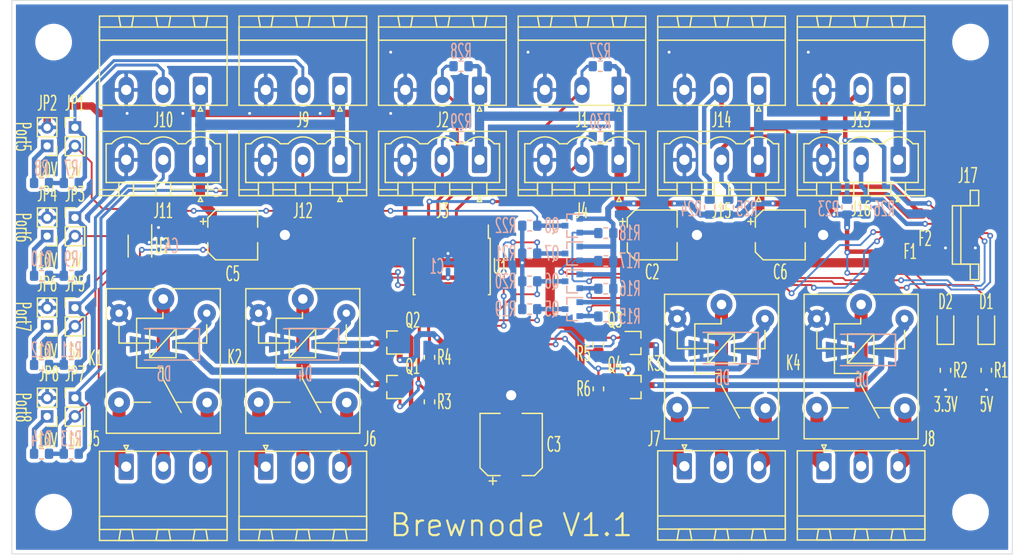
<source format=kicad_pcb>
(kicad_pcb (version 20171130) (host pcbnew "(5.1.6)-1")
  (title_block (title Brewnode) (date 2020-10-15) (rev 1.1) (company Halldin) (comment 1 Node_PCB))
  (layers (0 F.Cu signal) (31 B.Cu signal) (34 B.Paste user) (35 F.Paste user) (36 B.SilkS user) (37 F.SilkS user) (38 B.Mask user) (39 F.Mask user) (44 Edge.Cuts user))
  (net 0 "")
  (net 1 GND)
  (net 2 +5V)
  (net 3 "Net-(D1-Pad1)")
  (net 4 +3V3)
  (net 5 "Net-(D2-Pad1)")
  (net 6 "Net-(D3-Pad1)")
  (net 7 "Net-(D4-Pad1)")
  (net 8 "Net-(D5-Pad1)")
  (net 9 "Net-(D6-Pad1)")
  (net 10 /MCU_Connector/5V)
  (net 11 /MCU_Connector/3V3)
  (net 12 "/IO Expander/IOExp_Inputs/Input_1")
  (net 13 "/IO Expander/IOExp_Inputs/Input_2")
  (net 14 "/IO Expander/IOExp_Inputs/Input_3")
  (net 15 "/IO Expander/IOExp_Inputs/Input_4")
  (net 16 "Net-(J5-Pad3)")
  (net 17 "Net-(J5-Pad2)")
  (net 18 "Net-(J5-Pad1)")
  (net 19 "Net-(J6-Pad3)")
  (net 20 "Net-(J6-Pad2)")
  (net 21 "Net-(J6-Pad1)")
  (net 22 "Net-(J7-Pad3)")
  (net 23 "Net-(J7-Pad2)")
  (net 24 "Net-(J7-Pad1)")
  (net 25 "Net-(J8-Pad3)")
  (net 26 "Net-(J8-Pad2)")
  (net 27 "Net-(J8-Pad1)")
  (net 28 /ADC/IN_AIN0)
  (net 29 /ADC/IN_AIN1)
  (net 30 /ADC/IN_AIN2)
  (net 31 /ADC/IN_AIN3)
  (net 32 /Digital_Sensors/Port1)
  (net 33 /Digital_Sensors/Port2)
  (net 34 /Digital_Sensors/Port3)
  (net 35 /Digital_Sensors/Port4)
  (net 36 "Net-(J17-Pad16)")
  (net 37 /MCU_Connector/3V3_SCL)
  (net 38 /MCU_Connector/3V3_SDA)
  (net 39 /MCU_Connector/3V3_IOExp_Int)
  (net 40 /MCU_Connector/3V3_ADC_Int)
  (net 41 /ADC/AIN0)
  (net 42 "Net-(JP2-Pad1)")
  (net 43 /ADC/AIN1)
  (net 44 "Net-(JP4-Pad1)")
  (net 45 /ADC/AIN2)
  (net 46 "Net-(JP6-Pad1)")
  (net 47 /ADC/AIN3)
  (net 48 "Net-(JP8-Pad1)")
  (net 49 "/IO Expander/IOExp_Relays/Output_1")
  (net 50 "/IO Expander/IOExp_Relays/Output_3")
  (net 51 "/IO Expander/IOExp_Relays/Output_2")
  (net 52 "/IO Expander/IOExp_Relays/Output_4")
  (net 53 /ADC/5V_ADC_SCL)
  (net 54 /ADC/5V_ADC_SDA)
  (net 55 /Lvl_Shifter/HV_3)
  (net 56 /ADC/5V_ADC_RDY)
  (module MountingHole:MountingHole_4mm (layer F.Cu) (at 70.715 79.896)
    (fp_text reference "" (at 0 -5) (layer F.SilkS) (effects (font (size 2 1) (thickness 0.2))))
    (fp_text value MountingHole_4mm)
    (pad 1 np_thru_hole circle (at 0 0) (size 4 4) (drill 4) (layers *.Cu *.Mask))
  )
  (module MountingHole:MountingHole_4mm (layer F.Cu) (at 196.189524 144.285)
    (fp_text reference "" (at 0 -5) (layer F.SilkS) (effects (font (size 2 1) (thickness 0.2))))
    (fp_text value MountingHole_4mm)
    (pad 1 np_thru_hole circle (at 0 0) (size 4 4) (drill 4) (layers *.Cu *.Mask))
  )
  (module MountingHole:MountingHole_4mm (layer F.Cu) (at 70.715 144.285)
    (fp_text reference "" (at 0 -5) (layer F.SilkS) (effects (font (size 2 1) (thickness 0.2))))
    (fp_text value MountingHole_4mm)
    (pad 1 np_thru_hole circle (at 0 0) (size 4 4) (drill 4) (layers *.Cu *.Mask))
  )
  (module MountingHole:MountingHole_4mm (layer F.Cu) (at 196.191 79.896)
    (fp_text reference "" (at 0 -5) (layer F.SilkS) (effects (font (size 2 1) (thickness 0.2))))
    (fp_text value MountingHole_4mm)
    (pad 1 np_thru_hole circle (at 0 0) (size 4 4) (drill 4) (layers *.Cu *.Mask))
  )
  (module Connector_Phoenix_MSTB:PhoenixContact_MSTBA_2,5_3-G-5,08_1x03_P5.08mm_Horizontal (layer F.Cu) (at 176.135 137.9872)
    (fp_text reference J8 (at 14.341 -3.7352) (layer F.SilkS) (effects (font (size 2 1) (thickness 0.2))))
    (fp_text value Screw_Terminal_01x03)
    (pad 3 thru_hole oval (at 10.16 0) (size 2.08 3.6) (drill 1.4) (layers *.Cu *.Mask) (net 25 "Net-(J8-Pad3)"))
    (pad 2 thru_hole oval (at 5.08 0) (size 2.08 3.6) (drill 1.4) (layers *.Cu *.Mask) (net 26 "Net-(J8-Pad2)"))
    (pad 1 thru_hole roundrect (at 0 0) (size 2.08 3.6) (drill 1.4) (layers *.Cu *.Mask) (roundrect_rratio 0.120192) (net 27 "Net-(J8-Pad1)"))
  )
  (module Connector_Phoenix_MSTB:PhoenixContact_MSTBA_2,5_3-G-5,08_1x03_P5.08mm_Horizontal (layer F.Cu) (at 157.03284 137.9872)
    (fp_text reference J7 (at -4.14884 -3.7352) (layer F.SilkS) (effects (font (size 2 1) (thickness 0.2))))
    (fp_text value Screw_Terminal_01x03)
    (pad 3 thru_hole oval (at 10.16 0) (size 2.08 3.6) (drill 1.4) (layers *.Cu *.Mask) (net 22 "Net-(J7-Pad3)"))
    (pad 2 thru_hole oval (at 5.08 0) (size 2.08 3.6) (drill 1.4) (layers *.Cu *.Mask) (net 23 "Net-(J7-Pad2)"))
    (pad 1 thru_hole roundrect (at 0 0) (size 2.08 3.6) (drill 1.4) (layers *.Cu *.Mask) (roundrect_rratio 0.120192) (net 24 "Net-(J7-Pad1)"))
  )
  (module Package_SO:VSSOP-10_3x3mm_P0.5mm (layer F.Cu) (at 82.526 107.836 270)
    (fp_text reference U2 (at 0 -3.048) (layer F.SilkS) (effects (font (size 2 1) (thickness 0.2))))
    (fp_text value ADS1115IDGS)
    (pad 10 smd roundrect (at 2.2 -1 270) (size 1.45 0.3) (layers F.Cu F.Paste F.Mask) (net 53 /ADC/5V_ADC_SCL))
    (pad 9 smd roundrect (at 2.2 -0.5 270) (size 1.45 0.3) (layers F.Cu F.Paste F.Mask) (net 54 /ADC/5V_ADC_SDA))
    (pad 8 smd roundrect (at 2.2 0 270) (size 1.45 0.3) (layers F.Cu F.Paste F.Mask) (net 2 +5V))
    (pad 7 smd roundrect (at 2.2 0.5 270) (size 1.45 0.3) (layers F.Cu F.Paste F.Mask) (net 47 /ADC/AIN3))
    (pad 6 smd roundrect (at 2.2 1 270) (size 1.45 0.3) (layers F.Cu F.Paste F.Mask) (net 45 /ADC/AIN2))
    (pad 5 smd roundrect (at -2.2 1 270) (size 1.45 0.3) (layers F.Cu F.Paste F.Mask) (net 43 /ADC/AIN1))
    (pad 4 smd roundrect (at -2.2 0.5 270) (size 1.45 0.3) (layers F.Cu F.Paste F.Mask) (net 41 /ADC/AIN0))
    (pad 3 smd roundrect (at -2.2 0 270) (size 1.45 0.3) (layers F.Cu F.Paste F.Mask) (net 1 GND))
    (pad 2 smd roundrect (at -2.2 -0.5 270) (size 1.45 0.3) (layers F.Cu F.Paste F.Mask) (net 56 /ADC/5V_ADC_RDY))
    (pad 1 smd roundrect (at -2.2 -1 270) (size 1.45 0.3) (layers F.Cu F.Paste F.Mask) (net 1 GND))
  )
  (module Package_SO:SOIC-16W_7.5x10.3mm_P1.27mm (layer F.Cu) (at 125.198 110.63 270)
    (fp_text reference U1 (at 0 -6.604 180) (layer F.SilkS) (effects (font (size 2 1) (thickness 0.2))))
    (fp_text value PCF8574)
    (pad 16 smd roundrect (at 4.65 -4.445 270) (size 2.05 0.6) (layers F.Cu F.Paste F.Mask) (net 2 +5V))
    (pad 15 smd roundrect (at 4.65 -3.175 270) (size 2.05 0.6) (layers F.Cu F.Paste F.Mask) (net 54 /ADC/5V_ADC_SDA))
    (pad 14 smd roundrect (at 4.65 -1.905 270) (size 2.05 0.6) (layers F.Cu F.Paste F.Mask) (net 53 /ADC/5V_ADC_SCL))
    (pad 13 smd roundrect (at 4.65 -0.635 270) (size 2.05 0.6) (layers F.Cu F.Paste F.Mask) (net 55 /Lvl_Shifter/HV_3))
    (pad 12 smd roundrect (at 4.65 0.635 270) (size 2.05 0.6) (layers F.Cu F.Paste F.Mask) (net 52 "/IO Expander/IOExp_Relays/Output_4"))
    (pad 11 smd roundrect (at 4.65 1.905 270) (size 2.05 0.6) (layers F.Cu F.Paste F.Mask) (net 50 "/IO Expander/IOExp_Relays/Output_3"))
    (pad 10 smd roundrect (at 4.65 3.175 270) (size 2.05 0.6) (layers F.Cu F.Paste F.Mask) (net 51 "/IO Expander/IOExp_Relays/Output_2"))
    (pad 9 smd roundrect (at 4.65 4.445 270) (size 2.05 0.6) (layers F.Cu F.Paste F.Mask) (net 49 "/IO Expander/IOExp_Relays/Output_1"))
    (pad 8 smd roundrect (at -4.65 4.445 270) (size 2.05 0.6) (layers F.Cu F.Paste F.Mask) (net 1 GND))
    (pad 7 smd roundrect (at -4.65 3.175 270) (size 2.05 0.6) (layers F.Cu F.Paste F.Mask) (net 15 "/IO Expander/IOExp_Inputs/Input_4"))
    (pad 6 smd roundrect (at -4.65 1.905 270) (size 2.05 0.6) (layers F.Cu F.Paste F.Mask) (net 14 "/IO Expander/IOExp_Inputs/Input_3"))
    (pad 5 smd roundrect (at -4.65 0.635 270) (size 2.05 0.6) (layers F.Cu F.Paste F.Mask) (net 13 "/IO Expander/IOExp_Inputs/Input_2"))
    (pad 4 smd roundrect (at -4.65 -0.635 270) (size 2.05 0.6) (layers F.Cu F.Paste F.Mask) (net 12 "/IO Expander/IOExp_Inputs/Input_1"))
    (pad 3 smd roundrect (at -4.65 -1.905 270) (size 2.05 0.6) (layers F.Cu F.Paste F.Mask) (net 1 GND))
    (pad 2 smd roundrect (at -4.65 -3.175 270) (size 2.05 0.6) (layers F.Cu F.Paste F.Mask) (net 1 GND))
    (pad 1 smd roundrect (at -4.65 -4.445 270) (size 2.05 0.6) (layers F.Cu F.Paste F.Mask) (net 1 GND))
  )
  (module Resistor_SMD:R_0805_2012Metric_Pad1.15x1.40mm_HandSolder (layer B.Cu) (at 145.518 92.85 180)
    (fp_text reference R30 (at 0 2.032) (layer B.SilkS) (effects (font (size 2 1) (thickness 0.2)) (justify mirror)))
    (fp_text value 10kOhm)
    (pad 2 smd roundrect (at 1.025 0 180) (size 1.15 1.4) (layers B.Cu B.Paste B.Mask) (roundrect_rratio 0.217391) (net 15 "/IO Expander/IOExp_Inputs/Input_4"))
    (pad 1 smd roundrect (at -1.025 0 180) (size 1.15 1.4) (layers B.Cu B.Paste B.Mask) (roundrect_rratio 0.217391) (net 2 +5V))
  )
  (module Resistor_SMD:R_0805_2012Metric_Pad1.15x1.40mm_HandSolder (layer B.Cu) (at 126.468 92.85 180)
    (fp_text reference R29 (at 0 2.032 180) (layer B.SilkS) (effects (font (size 2 1) (thickness 0.2)) (justify mirror)))
    (fp_text value 10kOhm)
    (pad 2 smd roundrect (at 1.025 0 180) (size 1.15 1.4) (layers B.Cu B.Paste B.Mask) (roundrect_rratio 0.217391) (net 14 "/IO Expander/IOExp_Inputs/Input_3"))
    (pad 1 smd roundrect (at -1.025 0 180) (size 1.15 1.4) (layers B.Cu B.Paste B.Mask) (roundrect_rratio 0.217391) (net 2 +5V))
  )
  (module Resistor_SMD:R_0805_2012Metric_Pad1.15x1.40mm_HandSolder (layer B.Cu) (at 126.468 83.198 180)
    (fp_text reference R28 (at 0 2.032) (layer B.SilkS) (effects (font (size 2 1) (thickness 0.2)) (justify mirror)))
    (fp_text value 10kOhm)
    (pad 2 smd roundrect (at 1.025 0 180) (size 1.15 1.4) (layers B.Cu B.Paste B.Mask) (roundrect_rratio 0.217391) (net 13 "/IO Expander/IOExp_Inputs/Input_2"))
    (pad 1 smd roundrect (at -1.025 0 180) (size 1.15 1.4) (layers B.Cu B.Paste B.Mask) (roundrect_rratio 0.217391) (net 2 +5V))
  )
  (module Resistor_SMD:R_0805_2012Metric_Pad1.15x1.40mm_HandSolder (layer B.Cu) (at 145.518 83.198 180)
    (fp_text reference R27 (at 0 2.032) (layer B.SilkS) (effects (font (size 2 1) (thickness 0.2)) (justify mirror)))
    (fp_text value 10kOhm)
    (pad 2 smd roundrect (at 1.025 0 180) (size 1.15 1.4) (layers B.Cu B.Paste B.Mask) (roundrect_rratio 0.217391) (net 12 "/IO Expander/IOExp_Inputs/Input_1"))
    (pad 1 smd roundrect (at -1.025 0 180) (size 1.15 1.4) (layers B.Cu B.Paste B.Mask) (roundrect_rratio 0.217391) (net 2 +5V))
  )
  (module Resistor_SMD:R_0805_2012Metric_Pad1.15x1.40mm_HandSolder (layer B.Cu) (at 181.84 102.493 90)
    (fp_text reference R26 (at -0.263 2.54) (layer B.SilkS) (effects (font (size 2 1) (thickness 0.2)) (justify mirror)))
    (fp_text value 4.7kOhm)
    (pad 2 smd roundrect (at 1.025 0 90) (size 1.15 1.4) (layers B.Cu B.Paste B.Mask) (roundrect_rratio 0.217391) (net 35 /Digital_Sensors/Port4))
    (pad 1 smd roundrect (at -1.025 0 90) (size 1.15 1.4) (layers B.Cu B.Paste B.Mask) (roundrect_rratio 0.217391) (net 4 +3V3))
  )
  (module Resistor_SMD:R_0805_2012Metric_Pad1.15x1.40mm_HandSolder (layer B.Cu) (at 163.044 102.511 90)
    (fp_text reference R25 (at -0.245 2.54) (layer B.SilkS) (effects (font (size 2 1) (thickness 0.2)) (justify mirror)))
    (fp_text value 4.7kOhm)
    (pad 2 smd roundrect (at 1.025 0 90) (size 1.15 1.4) (layers B.Cu B.Paste B.Mask) (roundrect_rratio 0.217391) (net 34 /Digital_Sensors/Port3))
    (pad 1 smd roundrect (at -1.025 0 90) (size 1.15 1.4) (layers B.Cu B.Paste B.Mask) (roundrect_rratio 0.217391) (net 4 +3V3))
  )
  (module Resistor_SMD:R_0805_2012Metric_Pad1.15x1.40mm_HandSolder (layer B.Cu) (at 160.504 102.502 90)
    (fp_text reference R24 (at -0.254 -2.54) (layer B.SilkS) (effects (font (size 2 1) (thickness 0.2)) (justify mirror)))
    (fp_text value 4.7kOhm)
    (pad 2 smd roundrect (at 1.025 0 90) (size 1.15 1.4) (layers B.Cu B.Paste B.Mask) (roundrect_rratio 0.217391) (net 33 /Digital_Sensors/Port2))
    (pad 1 smd roundrect (at -1.025 0 90) (size 1.15 1.4) (layers B.Cu B.Paste B.Mask) (roundrect_rratio 0.217391) (net 4 +3V3))
  )
  (module Resistor_SMD:R_0805_2012Metric_Pad1.15x1.40mm_HandSolder (layer B.Cu) (at 179.3 102.502 90)
    (fp_text reference R23 (at -0.254 -2.54) (layer B.SilkS) (effects (font (size 2 1) (thickness 0.2)) (justify mirror)))
    (fp_text value 4.7kOhm)
    (pad 2 smd roundrect (at 1.025 0 90) (size 1.15 1.4) (layers B.Cu B.Paste B.Mask) (roundrect_rratio 0.217391) (net 32 /Digital_Sensors/Port1))
    (pad 1 smd roundrect (at -1.025 0 90) (size 1.15 1.4) (layers B.Cu B.Paste B.Mask) (roundrect_rratio 0.217391) (net 4 +3V3))
  )
  (module Resistor_SMD:R_0805_2012Metric_Pad1.15x1.40mm_HandSolder (layer B.Cu) (at 135.866 105.042)
    (fp_text reference R22 (at -3.302 0 180) (layer B.SilkS) (effects (font (size 2 1) (thickness 0.2)) (justify mirror)))
    (fp_text value 10kOhm)
    (pad 2 smd roundrect (at 1.025 0) (size 1.15 1.4) (layers B.Cu B.Paste B.Mask) (roundrect_rratio 0.217391) (net 56 /ADC/5V_ADC_RDY))
    (pad 1 smd roundrect (at -1.025 0) (size 1.15 1.4) (layers B.Cu B.Paste B.Mask) (roundrect_rratio 0.217391) (net 2 +5V))
  )
  (module Resistor_SMD:R_0805_2012Metric_Pad1.15x1.40mm_HandSolder (layer B.Cu) (at 135.866 108.852)
    (fp_text reference R21 (at -3.302 0) (layer B.SilkS) (effects (font (size 2 1) (thickness 0.2)) (justify mirror)))
    (fp_text value 10kOhm)
    (pad 2 smd roundrect (at 1.025 0) (size 1.15 1.4) (layers B.Cu B.Paste B.Mask) (roundrect_rratio 0.217391) (net 55 /Lvl_Shifter/HV_3))
    (pad 1 smd roundrect (at -1.025 0) (size 1.15 1.4) (layers B.Cu B.Paste B.Mask) (roundrect_rratio 0.217391) (net 2 +5V))
  )
  (module Resistor_SMD:R_0805_2012Metric_Pad1.15x1.40mm_HandSolder (layer B.Cu) (at 135.866 112.662)
    (fp_text reference R20 (at -3.302 0) (layer B.SilkS) (effects (font (size 2 1) (thickness 0.2)) (justify mirror)))
    (fp_text value 10kOhm)
    (pad 2 smd roundrect (at 1.025 0) (size 1.15 1.4) (layers B.Cu B.Paste B.Mask) (roundrect_rratio 0.217391) (net 54 /ADC/5V_ADC_SDA))
    (pad 1 smd roundrect (at -1.025 0) (size 1.15 1.4) (layers B.Cu B.Paste B.Mask) (roundrect_rratio 0.217391) (net 2 +5V))
  )
  (module Resistor_SMD:R_0805_2012Metric_Pad1.15x1.40mm_HandSolder (layer B.Cu) (at 135.866 116.472)
    (fp_text reference R19 (at -3.302 0 -180) (layer B.SilkS) (effects (font (size 2 1) (thickness 0.2)) (justify mirror)))
    (fp_text value 10kOhm)
    (pad 2 smd roundrect (at 1.025 0) (size 1.15 1.4) (layers B.Cu B.Paste B.Mask) (roundrect_rratio 0.217391) (net 53 /ADC/5V_ADC_SCL))
    (pad 1 smd roundrect (at -1.025 0) (size 1.15 1.4) (layers B.Cu B.Paste B.Mask) (roundrect_rratio 0.217391) (net 2 +5V))
  )
  (module Resistor_SMD:R_0805_2012Metric_Pad1.15x1.40mm_HandSolder (layer B.Cu) (at 146.28 106.058 180)
    (fp_text reference R18 (at -3.302 0 180) (layer B.SilkS) (effects (font (size 2 1) (thickness 0.2)) (justify mirror)))
    (fp_text value 10kOhm)
    (pad 2 smd roundrect (at 1.025 0 180) (size 1.15 1.4) (layers B.Cu B.Paste B.Mask) (roundrect_rratio 0.217391) (net 40 /MCU_Connector/3V3_ADC_Int))
    (pad 1 smd roundrect (at -1.025 0 180) (size 1.15 1.4) (layers B.Cu B.Paste B.Mask) (roundrect_rratio 0.217391) (net 4 +3V3))
  )
  (module Resistor_SMD:R_0805_2012Metric_Pad1.15x1.40mm_HandSolder (layer B.Cu) (at 146.28 109.868 180)
    (fp_text reference R17 (at -3.302 0) (layer B.SilkS) (effects (font (size 2 1) (thickness 0.2)) (justify mirror)))
    (fp_text value 10kOhm)
    (pad 2 smd roundrect (at 1.025 0 180) (size 1.15 1.4) (layers B.Cu B.Paste B.Mask) (roundrect_rratio 0.217391) (net 39 /MCU_Connector/3V3_IOExp_Int))
    (pad 1 smd roundrect (at -1.025 0 180) (size 1.15 1.4) (layers B.Cu B.Paste B.Mask) (roundrect_rratio 0.217391) (net 4 +3V3))
  )
  (module Resistor_SMD:R_0805_2012Metric_Pad1.15x1.40mm_HandSolder (layer B.Cu) (at 146.28 113.678 180)
    (fp_text reference R16 (at -3.302 0 180) (layer B.SilkS) (effects (font (size 2 1) (thickness 0.2)) (justify mirror)))
    (fp_text value 10kOhm)
    (pad 2 smd roundrect (at 1.025 0 180) (size 1.15 1.4) (layers B.Cu B.Paste B.Mask) (roundrect_rratio 0.217391) (net 38 /MCU_Connector/3V3_SDA))
    (pad 1 smd roundrect (at -1.025 0 180) (size 1.15 1.4) (layers B.Cu B.Paste B.Mask) (roundrect_rratio 0.217391) (net 4 +3V3))
  )
  (module Resistor_SMD:R_0805_2012Metric_Pad1.15x1.40mm_HandSolder (layer B.Cu) (at 146.28 117.488 180)
    (fp_text reference R15 (at -3.302 0) (layer B.SilkS) (effects (font (size 2 1) (thickness 0.2)) (justify mirror)))
    (fp_text value 10kOhm)
    (pad 2 smd roundrect (at 1.025 0 180) (size 1.15 1.4) (layers B.Cu B.Paste B.Mask) (roundrect_rratio 0.217391) (net 37 /MCU_Connector/3V3_SCL))
    (pad 1 smd roundrect (at -1.025 0 180) (size 1.15 1.4) (layers B.Cu B.Paste B.Mask) (roundrect_rratio 0.217391) (net 4 +3V3))
  )
  (module Resistor_SMD:R_0805_2012Metric_Pad1.15x1.40mm_HandSolder (layer B.Cu) (at 69.064 136.284 180)
    (fp_text reference R14 (at 0 2.032) (layer B.SilkS) (effects (font (size 2 1) (thickness 0.2)) (justify mirror)))
    (fp_text value 8.2kOhm)
    (pad 2 smd roundrect (at 1.025 0 180) (size 1.15 1.4) (layers B.Cu B.Paste B.Mask) (roundrect_rratio 0.217391) (net 48 "Net-(JP8-Pad1)"))
    (pad 1 smd roundrect (at -1.025 0 180) (size 1.15 1.4) (layers B.Cu B.Paste B.Mask) (roundrect_rratio 0.217391) (net 47 /ADC/AIN3))
  )
  (module Resistor_SMD:R_0805_2012Metric_Pad1.15x1.40mm_HandSolder (layer B.Cu) (at 73.128 136.284 180)
    (fp_text reference R13 (at 0 2.032) (layer B.SilkS) (effects (font (size 2 1) (thickness 0.2)) (justify mirror)))
    (fp_text value 8.2kOhm)
    (pad 2 smd roundrect (at 1.025 0 180) (size 1.15 1.4) (layers B.Cu B.Paste B.Mask) (roundrect_rratio 0.217391) (net 47 /ADC/AIN3))
    (pad 1 smd roundrect (at -1.025 0 180) (size 1.15 1.4) (layers B.Cu B.Paste B.Mask) (roundrect_rratio 0.217391) (net 31 /ADC/IN_AIN3))
  )
  (module Resistor_SMD:R_0805_2012Metric_Pad1.15x1.40mm_HandSolder (layer B.Cu) (at 69.064 124.116 180)
    (fp_text reference R12 (at 0 2.056) (layer B.SilkS) (effects (font (size 2 1) (thickness 0.2)) (justify mirror)))
    (fp_text value 8.2kOhm)
    (pad 2 smd roundrect (at 1.025 0 180) (size 1.15 1.4) (layers B.Cu B.Paste B.Mask) (roundrect_rratio 0.217391) (net 46 "Net-(JP6-Pad1)"))
    (pad 1 smd roundrect (at -1.025 0 180) (size 1.15 1.4) (layers B.Cu B.Paste B.Mask) (roundrect_rratio 0.217391) (net 45 /ADC/AIN2))
  )
  (module Resistor_SMD:R_0805_2012Metric_Pad1.15x1.40mm_HandSolder (layer B.Cu) (at 73.128 124.092 180)
    (fp_text reference R11 (at 0 2.032) (layer B.SilkS) (effects (font (size 2 1) (thickness 0.2)) (justify mirror)))
    (fp_text value 8.2kOhm)
    (pad 2 smd roundrect (at 1.025 0 180) (size 1.15 1.4) (layers B.Cu B.Paste B.Mask) (roundrect_rratio 0.217391) (net 45 /ADC/AIN2))
    (pad 1 smd roundrect (at -1.025 0 180) (size 1.15 1.4) (layers B.Cu B.Paste B.Mask) (roundrect_rratio 0.217391) (net 30 /ADC/IN_AIN2))
  )
  (module Resistor_SMD:R_0805_2012Metric_Pad1.15x1.40mm_HandSolder (layer B.Cu) (at 69.064 111.9 180)
    (fp_text reference R10 (at 0 2.286) (layer B.SilkS) (effects (font (size 2 1) (thickness 0.2)) (justify mirror)))
    (fp_text value 8.2kOhm)
    (pad 2 smd roundrect (at 1.025 0 180) (size 1.15 1.4) (layers B.Cu B.Paste B.Mask) (roundrect_rratio 0.217391) (net 44 "Net-(JP4-Pad1)"))
    (pad 1 smd roundrect (at -1.025 0 180) (size 1.15 1.4) (layers B.Cu B.Paste B.Mask) (roundrect_rratio 0.217391) (net 43 /ADC/AIN1))
  )
  (module Resistor_SMD:R_0805_2012Metric_Pad1.15x1.40mm_HandSolder (layer B.Cu) (at 73.128 111.9 180)
    (fp_text reference R9 (at 0 2.286) (layer B.SilkS) (effects (font (size 2 1) (thickness 0.2)) (justify mirror)))
    (fp_text value 8.2kOhm)
    (pad 2 smd roundrect (at 1.025 0 180) (size 1.15 1.4) (layers B.Cu B.Paste B.Mask) (roundrect_rratio 0.217391) (net 43 /ADC/AIN1))
    (pad 1 smd roundrect (at -1.025 0 180) (size 1.15 1.4) (layers B.Cu B.Paste B.Mask) (roundrect_rratio 0.217391) (net 29 /ADC/IN_AIN1))
  )
  (module Resistor_SMD:R_0805_2012Metric_Pad1.15x1.40mm_HandSolder (layer B.Cu) (at 69.064 99.2 180)
    (fp_text reference R8 (at 0 2.032) (layer B.SilkS) (effects (font (size 2 1) (thickness 0.2)) (justify mirror)))
    (fp_text value 8.2kOhm)
    (pad 2 smd roundrect (at 1.025 0 180) (size 1.15 1.4) (layers B.Cu B.Paste B.Mask) (roundrect_rratio 0.217391) (net 42 "Net-(JP2-Pad1)"))
    (pad 1 smd roundrect (at -1.025 0 180) (size 1.15 1.4) (layers B.Cu B.Paste B.Mask) (roundrect_rratio 0.217391) (net 41 /ADC/AIN0))
  )
  (module Resistor_SMD:R_0805_2012Metric_Pad1.15x1.40mm_HandSolder (layer B.Cu) (at 73.128 99.2 180)
    (fp_text reference R7 (at 0 2.032) (layer B.SilkS) (effects (font (size 2 1) (thickness 0.2)) (justify mirror)))
    (fp_text value 8.2kOhm)
    (pad 2 smd roundrect (at 1.025 0 180) (size 1.15 1.4) (layers B.Cu B.Paste B.Mask) (roundrect_rratio 0.217391) (net 41 /ADC/AIN0))
    (pad 1 smd roundrect (at -1.025 0 180) (size 1.15 1.4) (layers B.Cu B.Paste B.Mask) (roundrect_rratio 0.217391) (net 28 /ADC/IN_AIN0))
  )
  (module Resistor_SMD:R_0805_2012Metric_Pad1.15x1.40mm_HandSolder (layer F.Cu) (at 145.264 127.394 90)
    (fp_text reference R6 (at 0 -2.032 180) (layer F.SilkS) (effects (font (size 2 1) (thickness 0.2))))
    (fp_text value 10kOhm)
    (pad 2 smd roundrect (at 1.025 0 90) (size 1.15 1.4) (layers F.Cu F.Paste F.Mask) (roundrect_rratio 0.217391) (net 52 "/IO Expander/IOExp_Relays/Output_4"))
    (pad 1 smd roundrect (at -1.025 0 90) (size 1.15 1.4) (layers F.Cu F.Paste F.Mask) (roundrect_rratio 0.217391) (net 2 +5V))
  )
  (module Resistor_SMD:R_0805_2012Metric_Pad1.15x1.40mm_HandSolder (layer F.Cu) (at 145.264 121.298 90)
    (fp_text reference R5 (at -1.27 -2.032 180) (layer F.SilkS) (effects (font (size 2 1) (thickness 0.2))))
    (fp_text value 10kOhm)
    (pad 2 smd roundrect (at 1.025 0 90) (size 1.15 1.4) (layers F.Cu F.Paste F.Mask) (roundrect_rratio 0.217391) (net 50 "/IO Expander/IOExp_Relays/Output_3"))
    (pad 1 smd roundrect (at -1.025 0 90) (size 1.15 1.4) (layers F.Cu F.Paste F.Mask) (roundrect_rratio 0.217391) (net 2 +5V))
  )
  (module Resistor_SMD:R_0805_2012Metric_Pad1.15x1.40mm_HandSolder (layer F.Cu) (at 122.15 123.076 90)
    (fp_text reference R4 (at 0 2.032 180) (layer F.SilkS) (effects (font (size 2 1) (thickness 0.2))))
    (fp_text value 10kOhm)
    (pad 2 smd roundrect (at 1.025 0 90) (size 1.15 1.4) (layers F.Cu F.Paste F.Mask) (roundrect_rratio 0.217391) (net 51 "/IO Expander/IOExp_Relays/Output_2"))
    (pad 1 smd roundrect (at -1.025 0 90) (size 1.15 1.4) (layers F.Cu F.Paste F.Mask) (roundrect_rratio 0.217391) (net 2 +5V))
  )
  (module Resistor_SMD:R_0805_2012Metric_Pad1.15x1.40mm_HandSolder (layer F.Cu) (at 122.15 129.172 90)
    (fp_text reference R3 (at 0 2.032 180) (layer F.SilkS) (effects (font (size 2 1) (thickness 0.2))))
    (fp_text value 10kOhm)
    (pad 2 smd roundrect (at 1.025 0 90) (size 1.15 1.4) (layers F.Cu F.Paste F.Mask) (roundrect_rratio 0.217391) (net 49 "/IO Expander/IOExp_Relays/Output_1"))
    (pad 1 smd roundrect (at -1.025 0 90) (size 1.15 1.4) (layers F.Cu F.Paste F.Mask) (roundrect_rratio 0.217391) (net 2 +5V))
  )
  (module Resistor_SMD:R_0805_2012Metric_Pad1.15x1.40mm_HandSolder (layer F.Cu) (at 192.762 124.854 270)
    (fp_text reference R2 (at 0 -2.032 180) (layer F.SilkS) (effects (font (size 2 1) (thickness 0.2))))
    (fp_text value 100Ohm)
    (pad 2 smd roundrect (at 1.025 0 270) (size 1.15 1.4) (layers F.Cu F.Paste F.Mask) (roundrect_rratio 0.217391) (net 1 GND))
    (pad 1 smd roundrect (at -1.025 0 270) (size 1.15 1.4) (layers F.Cu F.Paste F.Mask) (roundrect_rratio 0.217391) (net 5 "Net-(D2-Pad1)"))
  )
  (module Resistor_SMD:R_0805_2012Metric_Pad1.15x1.40mm_HandSolder (layer F.Cu) (at 198.35 124.854 270)
    (fp_text reference R1 (at 0 -2.032 180) (layer F.SilkS) (effects (font (size 2 1) (thickness 0.2))))
    (fp_text value 220Ohm)
    (pad 2 smd roundrect (at 1.025 0 270) (size 1.15 1.4) (layers F.Cu F.Paste F.Mask) (roundrect_rratio 0.217391) (net 1 GND))
    (pad 1 smd roundrect (at -1.025 0 270) (size 1.15 1.4) (layers F.Cu F.Paste F.Mask) (roundrect_rratio 0.217391) (net 3 "Net-(D1-Pad1)"))
  )
  (module Package_TO_SOT_SMD:SOT-23 (layer B.Cu) (at 141.708 105.042 180)
    (fp_text reference Q8 (at 2.794 0) (layer B.SilkS) (effects (font (size 2 1) (thickness 0.2)) (justify mirror)))
    (fp_text value BSS138)
    (pad 3 smd rect (at 1 0 180) (size 0.9 0.8) (layers B.Cu B.Paste B.Mask) (net 56 /ADC/5V_ADC_RDY))
    (pad 2 smd rect (at -1 -0.95 180) (size 0.9 0.8) (layers B.Cu B.Paste B.Mask) (net 40 /MCU_Connector/3V3_ADC_Int))
    (pad 1 smd rect (at -1 0.95 180) (size 0.9 0.8) (layers B.Cu B.Paste B.Mask) (net 4 +3V3))
  )
  (module Package_TO_SOT_SMD:SOT-23 (layer B.Cu) (at 141.708 108.852 180)
    (fp_text reference Q7 (at 2.794 0) (layer B.SilkS) (effects (font (size 2 1) (thickness 0.2)) (justify mirror)))
    (fp_text value BSS138)
    (pad 3 smd rect (at 1 0 180) (size 0.9 0.8) (layers B.Cu B.Paste B.Mask) (net 55 /Lvl_Shifter/HV_3))
    (pad 2 smd rect (at -1 -0.95 180) (size 0.9 0.8) (layers B.Cu B.Paste B.Mask) (net 39 /MCU_Connector/3V3_IOExp_Int))
    (pad 1 smd rect (at -1 0.95 180) (size 0.9 0.8) (layers B.Cu B.Paste B.Mask) (net 4 +3V3))
  )
  (module Package_TO_SOT_SMD:SOT-23 (layer B.Cu) (at 141.708 112.662 180)
    (fp_text reference Q6 (at 2.794 0) (layer B.SilkS) (effects (font (size 2 1) (thickness 0.2)) (justify mirror)))
    (fp_text value BSS138)
    (pad 3 smd rect (at 1 0 180) (size 0.9 0.8) (layers B.Cu B.Paste B.Mask) (net 54 /ADC/5V_ADC_SDA))
    (pad 2 smd rect (at -1 -0.95 180) (size 0.9 0.8) (layers B.Cu B.Paste B.Mask) (net 38 /MCU_Connector/3V3_SDA))
    (pad 1 smd rect (at -1 0.95 180) (size 0.9 0.8) (layers B.Cu B.Paste B.Mask) (net 4 +3V3))
  )
  (module Package_TO_SOT_SMD:SOT-23 (layer B.Cu) (at 141.708 116.472 180)
    (fp_text reference Q5 (at 2.794 0) (layer B.SilkS) (effects (font (size 2 1) (thickness 0.2)) (justify mirror)))
    (fp_text value BSS138)
    (pad 3 smd rect (at 1 0 180) (size 0.9 0.8) (layers B.Cu B.Paste B.Mask) (net 53 /ADC/5V_ADC_SCL))
    (pad 2 smd rect (at -1 -0.95 180) (size 0.9 0.8) (layers B.Cu B.Paste B.Mask) (net 37 /MCU_Connector/3V3_SCL))
    (pad 1 smd rect (at -1 0.95 180) (size 0.9 0.8) (layers B.Cu B.Paste B.Mask) (net 4 +3V3))
  )
  (module Package_TO_SOT_SMD:SOT-23 (layer F.Cu) (at 150.344 127.14)
    (fp_text reference Q4 (at -2.794 -3.048) (layer F.SilkS) (effects (font (size 2 1) (thickness 0.2))))
    (fp_text value FDN340P)
    (pad 3 smd rect (at 1 0) (size 0.9 0.8) (layers F.Cu F.Paste F.Mask) (net 9 "Net-(D6-Pad1)"))
    (pad 2 smd rect (at -1 0.95) (size 0.9 0.8) (layers F.Cu F.Paste F.Mask) (net 2 +5V))
    (pad 1 smd rect (at -1 -0.95) (size 0.9 0.8) (layers F.Cu F.Paste F.Mask) (net 52 "/IO Expander/IOExp_Relays/Output_4"))
  )
  (module Package_TO_SOT_SMD:SOT-23 (layer F.Cu) (at 150.328 121.11)
    (fp_text reference Q3 (at -2.778 -3.114) (layer F.SilkS) (effects (font (size 2 1) (thickness 0.2))))
    (fp_text value FDN340P)
    (pad 3 smd rect (at 1 0) (size 0.9 0.8) (layers F.Cu F.Paste F.Mask) (net 8 "Net-(D5-Pad1)"))
    (pad 2 smd rect (at -1 0.95) (size 0.9 0.8) (layers F.Cu F.Paste F.Mask) (net 2 +5V))
    (pad 1 smd rect (at -1 -0.95) (size 0.9 0.8) (layers F.Cu F.Paste F.Mask) (net 50 "/IO Expander/IOExp_Relays/Output_3"))
  )
  (module Package_TO_SOT_SMD:SOT-23 (layer F.Cu) (at 117.07 121.044 180)
    (fp_text reference Q2 (at -2.794 3.048) (layer F.SilkS) (effects (font (size 2 1) (thickness 0.2))))
    (fp_text value FDN340P)
    (pad 3 smd rect (at 1 0 180) (size 0.9 0.8) (layers F.Cu F.Paste F.Mask) (net 7 "Net-(D4-Pad1)"))
    (pad 2 smd rect (at -1 0.95 180) (size 0.9 0.8) (layers F.Cu F.Paste F.Mask) (net 2 +5V))
    (pad 1 smd rect (at -1 -0.95 180) (size 0.9 0.8) (layers F.Cu F.Paste F.Mask) (net 51 "/IO Expander/IOExp_Relays/Output_2"))
  )
  (module Package_TO_SOT_SMD:SOT-23 (layer F.Cu) (at 117.07 127.14 180)
    (fp_text reference Q1 (at -2.794 2.794) (layer F.SilkS) (effects (font (size 2 1) (thickness 0.2))))
    (fp_text value FDN340P)
    (pad 3 smd rect (at 1 0 180) (size 0.9 0.8) (layers F.Cu F.Paste F.Mask) (net 6 "Net-(D3-Pad1)"))
    (pad 2 smd rect (at -1 0.95 180) (size 0.9 0.8) (layers F.Cu F.Paste F.Mask) (net 2 +5V))
    (pad 1 smd rect (at -1 -0.95 180) (size 0.9 0.8) (layers F.Cu F.Paste F.Mask) (net 49 "/IO Expander/IOExp_Relays/Output_1"))
  )
  (module Relay_THT:Relay_SPDT_SANYOU_SRD_Series_Form_C (layer F.Cu) (at 181.215 115.837 270)
    (fp_text reference K4 (at 8.001 9.281 180) (layer F.SilkS) (effects (font (size 2 1) (thickness 0.2))))
    (fp_text value SANYOU_SRD_Form_C)
    (pad 1 thru_hole circle (at 0 0) (size 3 3) (drill 1.3) (layers *.Cu *.Mask) (net 26 "Net-(J8-Pad2)"))
    (pad 5 thru_hole circle (at 1.95 -5.95) (size 2.5 2.5) (drill 1) (layers *.Cu *.Mask) (net 9 "Net-(D6-Pad1)"))
    (pad 4 thru_hole circle (at 14.2 -6) (size 3 3) (drill 1.3) (layers *.Cu *.Mask) (net 25 "Net-(J8-Pad3)"))
    (pad 3 thru_hole circle (at 14.15 6.05) (size 3 3) (drill 1.3) (layers *.Cu *.Mask) (net 27 "Net-(J8-Pad1)"))
    (pad 2 thru_hole circle (at 1.95 6.05) (size 2.5 2.5) (drill 1) (layers *.Cu *.Mask) (net 1 GND))
  )
  (module Relay_THT:Relay_SPDT_SANYOU_SRD_Series_Form_C (layer F.Cu) (at 162.11284 115.837 270)
    (fp_text reference K3 (at 8.1 9.22884 180) (layer F.SilkS) (effects (font (size 2 1) (thickness 0.2))))
    (fp_text value SANYOU_SRD_Form_C)
    (pad 1 thru_hole circle (at 0 0) (size 3 3) (drill 1.3) (layers *.Cu *.Mask) (net 23 "Net-(J7-Pad2)"))
    (pad 5 thru_hole circle (at 1.95 -5.95) (size 2.5 2.5) (drill 1) (layers *.Cu *.Mask) (net 8 "Net-(D5-Pad1)"))
    (pad 4 thru_hole circle (at 14.2 -6) (size 3 3) (drill 1.3) (layers *.Cu *.Mask) (net 22 "Net-(J7-Pad3)"))
    (pad 3 thru_hole circle (at 14.15 6.05) (size 3 3) (drill 1.3) (layers *.Cu *.Mask) (net 24 "Net-(J7-Pad1)"))
    (pad 2 thru_hole circle (at 1.95 6.05) (size 2.5 2.5) (drill 1) (layers *.Cu *.Mask) (net 1 GND))
  )
  (module Relay_THT:Relay_SPDT_SANYOU_SRD_Series_Form_C (layer F.Cu) (at 104.81836 115.075 270)
    (fp_text reference K2 (at 8.001 9.33836 180) (layer F.SilkS) (effects (font (size 2 1) (thickness 0.2))))
    (fp_text value SANYOU_SRD_Form_C)
    (pad 1 thru_hole circle (at 0 0) (size 3 3) (drill 1.3) (layers *.Cu *.Mask) (net 20 "Net-(J6-Pad2)"))
    (pad 5 thru_hole circle (at 1.95 -5.95) (size 2.5 2.5) (drill 1) (layers *.Cu *.Mask) (net 7 "Net-(D4-Pad1)"))
    (pad 4 thru_hole circle (at 14.2 -6) (size 3 3) (drill 1.3) (layers *.Cu *.Mask) (net 19 "Net-(J6-Pad3)"))
    (pad 3 thru_hole circle (at 14.15 6.05) (size 3 3) (drill 1.3) (layers *.Cu *.Mask) (net 21 "Net-(J6-Pad1)"))
    (pad 2 thru_hole circle (at 1.95 6.05) (size 2.5 2.5) (drill 1) (layers *.Cu *.Mask) (net 1 GND))
  )
  (module Relay_THT:Relay_SPDT_SANYOU_SRD_Series_Form_C (layer F.Cu) (at 85.7202 115.075 270)
    (fp_text reference K1 (at 8.1 9.2902 180) (layer F.SilkS) (effects (font (size 2 1) (thickness 0.2))))
    (fp_text value SANYOU_SRD_Form_C)
    (pad 1 thru_hole circle (at 0 0) (size 3 3) (drill 1.3) (layers *.Cu *.Mask) (net 17 "Net-(J5-Pad2)"))
    (pad 5 thru_hole circle (at 1.95 -5.95) (size 2.5 2.5) (drill 1) (layers *.Cu *.Mask) (net 6 "Net-(D3-Pad1)"))
    (pad 4 thru_hole circle (at 14.2 -6) (size 3 3) (drill 1.3) (layers *.Cu *.Mask) (net 16 "Net-(J5-Pad3)"))
    (pad 3 thru_hole circle (at 14.15 6.05) (size 3 3) (drill 1.3) (layers *.Cu *.Mask) (net 18 "Net-(J5-Pad1)"))
    (pad 2 thru_hole circle (at 1.95 6.05) (size 2.5 2.5) (drill 1) (layers *.Cu *.Mask) (net 1 GND))
  )
  (module Connector_PinHeader_2.54mm:PinHeader_1x02_P2.54mm_Vertical (layer F.Cu) (at 69.826 131.171666 180)
    (fp_text reference JP8 (at -0.254 5.809666) (layer F.SilkS) (effects (font (size 2 1) (thickness 0.2))))
    (fp_text value Jumper_2_Open)
    (pad 2 thru_hole oval (at 0 2.54 180) (size 1.7 1.7) (drill 1) (layers *.Cu *.Mask) (net 1 GND))
    (pad 1 thru_hole rect (at 0 0 180) (size 1.7 1.7) (drill 1) (layers *.Cu *.Mask) (net 48 "Net-(JP8-Pad1)"))
  )
  (module Connector_PinHeader_2.54mm:PinHeader_1x02_P2.54mm_Vertical (layer F.Cu) (at 73.636 128.621666)
    (fp_text reference JP7 (at 0 -3.259666) (layer F.SilkS) (effects (font (size 2 1) (thickness 0.2))))
    (fp_text value Jumper_2_Open)
    (pad 2 thru_hole oval (at 0 2.54) (size 1.7 1.7) (drill 1) (layers *.Cu *.Mask) (net 47 /ADC/AIN3))
    (pad 1 thru_hole rect (at 0 0) (size 1.7 1.7) (drill 1) (layers *.Cu *.Mask) (net 31 /ADC/IN_AIN3))
  )
  (module Connector_PinHeader_2.54mm:PinHeader_1x02_P2.54mm_Vertical (layer F.Cu) (at 69.826 118.824444 180)
    (fp_text reference JP6 (at 0 5.767333) (layer F.SilkS) (effects (font (size 2 1) (thickness 0.2))))
    (fp_text value Jumper_2_Open)
    (pad 2 thru_hole oval (at 0 2.54 180) (size 1.7 1.7) (drill 1) (layers *.Cu *.Mask) (net 1 GND))
    (pad 1 thru_hole rect (at 0 0 180) (size 1.7 1.7) (drill 1) (layers *.Cu *.Mask) (net 46 "Net-(JP6-Pad1)"))
  )
  (module Connector_PinHeader_2.54mm:PinHeader_1x02_P2.54mm_Vertical (layer F.Cu) (at 73.636 116.274444)
    (fp_text reference JP5 (at 0 -3.217333) (layer F.SilkS) (effects (font (size 2 1) (thickness 0.2))))
    (fp_text value Jumper_2_Open)
    (pad 2 thru_hole oval (at 0 2.54) (size 1.7 1.7) (drill 1) (layers *.Cu *.Mask) (net 45 /ADC/AIN2))
    (pad 1 thru_hole rect (at 0 0) (size 1.7 1.7) (drill 1) (layers *.Cu *.Mask) (net 30 /ADC/IN_AIN2))
  )
  (module Connector_PinHeader_2.54mm:PinHeader_1x02_P2.54mm_Vertical (layer F.Cu) (at 69.826 106.477222 180)
    (fp_text reference JP4 (at 0 5.753222) (layer F.SilkS) (effects (font (size 2 1) (thickness 0.2))))
    (fp_text value Jumper_2_Open)
    (pad 2 thru_hole oval (at 0 2.54 180) (size 1.7 1.7) (drill 1) (layers *.Cu *.Mask) (net 1 GND))
    (pad 1 thru_hole rect (at 0 0 180) (size 1.7 1.7) (drill 1) (layers *.Cu *.Mask) (net 44 "Net-(JP4-Pad1)"))
  )
  (module Connector_PinHeader_2.54mm:PinHeader_1x02_P2.54mm_Vertical (layer F.Cu) (at 73.636 103.927222)
    (fp_text reference JP3 (at 0 -3.175) (layer F.SilkS) (effects (font (size 2 1) (thickness 0.2))))
    (fp_text value Jumper_2_Open)
    (pad 2 thru_hole oval (at 0 2.54) (size 1.7 1.7) (drill 1) (layers *.Cu *.Mask) (net 43 /ADC/AIN1))
    (pad 1 thru_hole rect (at 0 0) (size 1.7 1.7) (drill 1) (layers *.Cu *.Mask) (net 29 /ADC/IN_AIN1))
  )
  (module Connector_PinHeader_2.54mm:PinHeader_1x02_P2.54mm_Vertical (layer F.Cu) (at 69.826 94.12 180)
    (fp_text reference JP2 (at 0 5.842) (layer F.SilkS) (effects (font (size 2 1) (thickness 0.2))))
    (fp_text value Jumper_2_Open)
    (pad 2 thru_hole oval (at 0 2.54 180) (size 1.7 1.7) (drill 1) (layers *.Cu *.Mask) (net 1 GND))
    (pad 1 thru_hole rect (at 0 0 180) (size 1.7 1.7) (drill 1) (layers *.Cu *.Mask) (net 42 "Net-(JP2-Pad1)"))
  )
  (module Connector_PinHeader_2.54mm:PinHeader_1x02_P2.54mm_Vertical (layer F.Cu) (at 73.636 91.58)
    (fp_text reference JP1 (at 0 -3.302) (layer F.SilkS) (effects (font (size 2 1) (thickness 0.2))))
    (fp_text value Jumper_2_Open)
    (pad 2 thru_hole oval (at 0 2.54) (size 1.7 1.7) (drill 1) (layers *.Cu *.Mask) (net 41 /ADC/AIN0))
    (pad 1 thru_hole rect (at 0 0) (size 1.7 1.7) (drill 1) (layers *.Cu *.Mask) (net 28 /ADC/IN_AIN0))
  )
  (module Connector_FFC-FPC:Hirose_FH34_FPC_16 (layer F.Cu) (at 194.286 106.312 90)
    (fp_text reference J17 (at 8.128 1.524 180) (layer F.SilkS) (effects (font (size 2 1) (thickness 0.2))))
    (fp_text value "16p FPC")
    (pad 0 smd rect (at 5.35 2.5 90) (size 0.8 0.8) (layers F.Cu F.Paste F.Mask))
    (pad 0 smd rect (at -5.35 2.5 90) (size 0.8 0.8) (layers F.Cu F.Paste F.Mask))
    (pad 16 smd rect (at 3.75 0 90) (size 0.25 0.8) (layers F.Cu F.Paste F.Mask) (net 36 "Net-(J17-Pad16)"))
    (pad 15 smd rect (at 3.25 0 90) (size 0.25 0.8) (layers F.Cu F.Paste F.Mask) (net 32 /Digital_Sensors/Port1))
    (pad 14 smd rect (at 2.75 0 90) (size 0.25 0.8) (layers F.Cu F.Paste F.Mask) (net 33 /Digital_Sensors/Port2))
    (pad 13 smd rect (at 2.25 0 90) (size 0.25 0.8) (layers F.Cu F.Paste F.Mask) (net 34 /Digital_Sensors/Port3))
    (pad 12 smd rect (at 1.75 0 90) (size 0.25 0.8) (layers F.Cu F.Paste F.Mask) (net 35 /Digital_Sensors/Port4))
    (pad 11 smd rect (at 1.25 0 90) (size 0.25 0.8) (layers F.Cu F.Paste F.Mask) (net 37 /MCU_Connector/3V3_SCL))
    (pad 10 smd rect (at 0.75 0 90) (size 0.25 0.8) (layers F.Cu F.Paste F.Mask) (net 38 /MCU_Connector/3V3_SDA))
    (pad 9 smd rect (at 0.25 0 90) (size 0.25 0.8) (layers F.Cu F.Paste F.Mask) (net 39 /MCU_Connector/3V3_IOExp_Int))
    (pad 8 smd rect (at -0.25 0 90) (size 0.25 0.8) (layers F.Cu F.Paste F.Mask) (net 40 /MCU_Connector/3V3_ADC_Int))
    (pad 7 smd rect (at -0.75 0 90) (size 0.25 0.8) (layers F.Cu F.Paste F.Mask) (net 11 /MCU_Connector/3V3))
    (pad 6 smd rect (at -1.25 0 90) (size 0.25 0.8) (layers F.Cu F.Paste F.Mask) (net 1 GND))
    (pad 5 smd rect (at -1.75 0 90) (size 0.25 0.8) (layers F.Cu F.Paste F.Mask) (net 1 GND))
    (pad 4 smd rect (at -2.25 0 90) (size 0.25 0.8) (layers F.Cu F.Paste F.Mask) (net 1 GND))
    (pad 3 smd rect (at -2.75 0 90) (size 0.25 0.8) (layers F.Cu F.Paste F.Mask) (net 10 /MCU_Connector/5V))
    (pad 2 smd rect (at -3.25 0 90) (size 0.25 0.8) (layers F.Cu F.Paste F.Mask) (net 10 /MCU_Connector/5V))
    (pad 1 smd rect (at -3.75 0 90) (size 0.25 0.8) (layers F.Cu F.Paste F.Mask) (net 10 /MCU_Connector/5V))
  )
  (module Connector_Phoenix_MSTB:PhoenixContact_MSTBVA_2,5_3-G-5,08_1x03_P5.08mm_Vertical (layer F.Cu) (at 186.295 96.025 180)
    (fp_text reference J16 (at 5.08 -6.731) (layer F.SilkS) (effects (font (size 2 1) (thickness 0.2))))
    (fp_text value Screw_Terminal_01x03)
    (pad 3 thru_hole oval (at 10.16 0 180) (size 2.08 3.6) (drill 1.4) (layers *.Cu *.Mask) (net 1 GND))
    (pad 2 thru_hole oval (at 5.08 0 180) (size 2.08 3.6) (drill 1.4) (layers *.Cu *.Mask) (net 35 /Digital_Sensors/Port4))
    (pad 1 thru_hole roundrect (at 0 0 180) (size 2.08 3.6) (drill 1.4) (layers *.Cu *.Mask) (roundrect_rratio 0.120192) (net 2 +5V))
  )
  (module Connector_Phoenix_MSTB:PhoenixContact_MSTBVA_2,5_3-G-5,08_1x03_P5.08mm_Vertical (layer F.Cu) (at 167.19284 96.025 180)
    (fp_text reference J15 (at 5.08 -6.985) (layer F.SilkS) (effects (font (size 2 1) (thickness 0.2))))
    (fp_text value Screw_Terminal_01x03)
    (pad 3 thru_hole oval (at 10.16 0 180) (size 2.08 3.6) (drill 1.4) (layers *.Cu *.Mask) (net 1 GND))
    (pad 2 thru_hole oval (at 5.08 0 180) (size 2.08 3.6) (drill 1.4) (layers *.Cu *.Mask) (net 34 /Digital_Sensors/Port3))
    (pad 1 thru_hole roundrect (at 0 0 180) (size 2.08 3.6) (drill 1.4) (layers *.Cu *.Mask) (roundrect_rratio 0.120192) (net 2 +5V))
  )
  (module Connector_Phoenix_MSTB:PhoenixContact_MSTBA_2,5_3-G-5,08_1x03_P5.08mm_Horizontal (layer F.Cu) (at 167.19284 86.4452 180)
    (fp_text reference J14 (at 5.08 -4.1188) (layer F.SilkS) (effects (font (size 2 1) (thickness 0.2))))
    (fp_text value Screw_Terminal_01x03)
    (pad 3 thru_hole oval (at 10.16 0 180) (size 2.08 3.6) (drill 1.4) (layers *.Cu *.Mask) (net 1 GND))
    (pad 2 thru_hole oval (at 5.08 0 180) (size 2.08 3.6) (drill 1.4) (layers *.Cu *.Mask) (net 33 /Digital_Sensors/Port2))
    (pad 1 thru_hole roundrect (at 0 0 180) (size 2.08 3.6) (drill 1.4) (layers *.Cu *.Mask) (roundrect_rratio 0.120192) (net 2 +5V))
  )
  (module Connector_Phoenix_MSTB:PhoenixContact_MSTBA_2,5_3-G-5,08_1x03_P5.08mm_Horizontal (layer F.Cu) (at 186.291 86.4452 180)
    (fp_text reference J13 (at 5.08 -4.1188) (layer F.SilkS) (effects (font (size 2 1) (thickness 0.2))))
    (fp_text value Screw_Terminal_01x03)
    (pad 3 thru_hole oval (at 10.16 0 180) (size 2.08 3.6) (drill 1.4) (layers *.Cu *.Mask) (net 1 GND))
    (pad 2 thru_hole oval (at 5.08 0 180) (size 2.08 3.6) (drill 1.4) (layers *.Cu *.Mask) (net 32 /Digital_Sensors/Port1))
    (pad 1 thru_hole roundrect (at 0 0 180) (size 2.08 3.6) (drill 1.4) (layers *.Cu *.Mask) (roundrect_rratio 0.120192) (net 2 +5V))
  )
  (module Connector_Phoenix_MSTB:PhoenixContact_MSTBVA_2,5_3-G-5,08_1x03_P5.08mm_Vertical (layer F.Cu) (at 109.89836 96.025 180)
    (fp_text reference J12 (at 5.08 -6.985) (layer F.SilkS) (effects (font (size 2 1) (thickness 0.2))))
    (fp_text value Screw_Terminal_01x03)
    (pad 3 thru_hole oval (at 10.16 0 180) (size 2.08 3.6) (drill 1.4) (layers *.Cu *.Mask) (net 1 GND))
    (pad 2 thru_hole oval (at 5.08 0 180) (size 2.08 3.6) (drill 1.4) (layers *.Cu *.Mask) (net 31 /ADC/IN_AIN3))
    (pad 1 thru_hole roundrect (at 0 0 180) (size 2.08 3.6) (drill 1.4) (layers *.Cu *.Mask) (roundrect_rratio 0.120192) (net 2 +5V))
  )
  (module Connector_Phoenix_MSTB:PhoenixContact_MSTBVA_2,5_3-G-5,08_1x03_P5.08mm_Vertical (layer F.Cu) (at 90.8002 96.025 180)
    (fp_text reference J11 (at 5.08 -6.985) (layer F.SilkS) (effects (font (size 2 1) (thickness 0.2))))
    (fp_text value Screw_Terminal_01x03)
    (pad 3 thru_hole oval (at 10.16 0 180) (size 2.08 3.6) (drill 1.4) (layers *.Cu *.Mask) (net 1 GND))
    (pad 2 thru_hole oval (at 5.08 0 180) (size 2.08 3.6) (drill 1.4) (layers *.Cu *.Mask) (net 30 /ADC/IN_AIN2))
    (pad 1 thru_hole roundrect (at 0 0 180) (size 2.08 3.6) (drill 1.4) (layers *.Cu *.Mask) (roundrect_rratio 0.120192) (net 2 +5V))
  )
  (module Connector_Phoenix_MSTB:PhoenixContact_MSTBA_2,5_3-G-5,08_1x03_P5.08mm_Horizontal (layer F.Cu) (at 90.8002 86.4452 180)
    (fp_text reference J10 (at 5.08 -4.1188) (layer F.SilkS) (effects (font (size 2 1) (thickness 0.2))))
    (fp_text value Screw_Terminal_01x03)
    (pad 3 thru_hole oval (at 10.16 0 180) (size 2.08 3.6) (drill 1.4) (layers *.Cu *.Mask) (net 1 GND))
    (pad 2 thru_hole oval (at 5.08 0 180) (size 2.08 3.6) (drill 1.4) (layers *.Cu *.Mask) (net 29 /ADC/IN_AIN1))
    (pad 1 thru_hole roundrect (at 0 0 180) (size 2.08 3.6) (drill 1.4) (layers *.Cu *.Mask) (roundrect_rratio 0.120192) (net 2 +5V))
  )
  (module Connector_Phoenix_MSTB:PhoenixContact_MSTBA_2,5_3-G-5,08_1x03_P5.08mm_Horizontal (layer F.Cu) (at 109.89836 86.4452 180)
    (fp_text reference J9 (at 5.08 -4.1188) (layer F.SilkS) (effects (font (size 2 1) (thickness 0.2))))
    (fp_text value Screw_Terminal_01x03)
    (pad 3 thru_hole oval (at 10.16 0 180) (size 2.08 3.6) (drill 1.4) (layers *.Cu *.Mask) (net 1 GND))
    (pad 2 thru_hole oval (at 5.08 0 180) (size 2.08 3.6) (drill 1.4) (layers *.Cu *.Mask) (net 28 /ADC/IN_AIN0))
    (pad 1 thru_hole roundrect (at 0 0 180) (size 2.08 3.6) (drill 1.4) (layers *.Cu *.Mask) (roundrect_rratio 0.120192) (net 2 +5V))
  )
  (module Connector_Phoenix_MSTB:PhoenixContact_MSTBA_2,5_3-G-5,08_1x03_P5.08mm_Horizontal (layer F.Cu) (at 99.73836 138.0492)
    (fp_text reference J6 (at 14.28364 -3.7972) (layer F.SilkS) (effects (font (size 2 1) (thickness 0.2))))
    (fp_text value Screw_Terminal_01x03)
    (pad 3 thru_hole oval (at 10.16 0) (size 2.08 3.6) (drill 1.4) (layers *.Cu *.Mask) (net 19 "Net-(J6-Pad3)"))
    (pad 2 thru_hole oval (at 5.08 0) (size 2.08 3.6) (drill 1.4) (layers *.Cu *.Mask) (net 20 "Net-(J6-Pad2)"))
    (pad 1 thru_hole roundrect (at 0 0) (size 2.08 3.6) (drill 1.4) (layers *.Cu *.Mask) (roundrect_rratio 0.120192) (net 21 "Net-(J6-Pad1)"))
  )
  (module Connector_Phoenix_MSTB:PhoenixContact_MSTBA_2,5_3-G-5,08_1x03_P5.08mm_Horizontal (layer F.Cu) (at 80.6402 138.0492)
    (fp_text reference J5 (at -4.4642 -3.7972) (layer F.SilkS) (effects (font (size 2 1) (thickness 0.2))))
    (fp_text value Screw_Terminal_01x03)
    (pad 3 thru_hole oval (at 10.16 0) (size 2.08 3.6) (drill 1.4) (layers *.Cu *.Mask) (net 16 "Net-(J5-Pad3)"))
    (pad 2 thru_hole oval (at 5.08 0) (size 2.08 3.6) (drill 1.4) (layers *.Cu *.Mask) (net 17 "Net-(J5-Pad2)"))
    (pad 1 thru_hole roundrect (at 0 0) (size 2.08 3.6) (drill 1.4) (layers *.Cu *.Mask) (roundrect_rratio 0.120192) (net 18 "Net-(J5-Pad1)"))
  )
  (module Connector_Phoenix_MSTB:PhoenixContact_MSTBVA_2,5_3-G-5,08_1x03_P5.08mm_Vertical (layer F.Cu) (at 148.09468 96.025 180)
    (fp_text reference J4 (at 5.11668 -6.985) (layer F.SilkS) (effects (font (size 2 1) (thickness 0.2))))
    (fp_text value Screw_Terminal_01x03)
    (pad 1 thru_hole roundrect (at 0 0 180) (size 2.08 3.6) (drill 1.4) (layers *.Cu *.Mask) (roundrect_rratio 0.120192) (net 2 +5V))
    (pad 2 thru_hole oval (at 5.08 0 180) (size 2.08 3.6) (drill 1.4) (layers *.Cu *.Mask) (net 15 "/IO Expander/IOExp_Inputs/Input_4"))
    (pad 3 thru_hole oval (at 10.16 0 180) (size 2.08 3.6) (drill 1.4) (layers *.Cu *.Mask) (net 1 GND))
  )
  (module Connector_Phoenix_MSTB:PhoenixContact_MSTBVA_2,5_3-G-5,08_1x03_P5.08mm_Vertical (layer F.Cu) (at 128.99652 96.025 180)
    (fp_text reference J3 (at 5.06852 -6.985) (layer F.SilkS) (effects (font (size 2 1) (thickness 0.2))))
    (fp_text value Screw_Terminal_01x03)
    (pad 3 thru_hole oval (at 10.16 0 180) (size 2.08 3.6) (drill 1.4) (layers *.Cu *.Mask) (net 1 GND))
    (pad 2 thru_hole oval (at 5.08 0 180) (size 2.08 3.6) (drill 1.4) (layers *.Cu *.Mask) (net 14 "/IO Expander/IOExp_Inputs/Input_3"))
    (pad 1 thru_hole roundrect (at 0 0 180) (size 2.08 3.6) (drill 1.4) (layers *.Cu *.Mask) (roundrect_rratio 0.120192) (net 2 +5V))
  )
  (module Connector_Phoenix_MSTB:PhoenixContact_MSTBA_2,5_3-G-5,08_1x03_P5.08mm_Horizontal (layer F.Cu) (at 128.99652 86.4452 180)
    (fp_text reference J2 (at 5.06852 -4.1188) (layer F.SilkS) (effects (font (size 2 1) (thickness 0.2))))
    (fp_text value Screw_Terminal_01x03)
    (pad 1 thru_hole roundrect (at 0 0 180) (size 2.08 3.6) (drill 1.4) (layers *.Cu *.Mask) (roundrect_rratio 0.120192) (net 2 +5V))
    (pad 2 thru_hole oval (at 5.08 0 180) (size 2.08 3.6) (drill 1.4) (layers *.Cu *.Mask) (net 13 "/IO Expander/IOExp_Inputs/Input_2"))
    (pad 3 thru_hole oval (at 10.16 0 180) (size 2.08 3.6) (drill 1.4) (layers *.Cu *.Mask) (net 1 GND))
  )
  (module Connector_Phoenix_MSTB:PhoenixContact_MSTBA_2,5_3-G-5,08_1x03_P5.08mm_Horizontal (layer F.Cu) (at 148.09468 86.4452 180)
    (fp_text reference J1 (at 5.08 -4.1188) (layer F.SilkS) (effects (font (size 2 1) (thickness 0.2))))
    (fp_text value Screw_Terminal_01x03)
    (pad 3 thru_hole oval (at 10.16 0 180) (size 2.08 3.6) (drill 1.4) (layers *.Cu *.Mask) (net 1 GND))
    (pad 2 thru_hole oval (at 5.08 0 180) (size 2.08 3.6) (drill 1.4) (layers *.Cu *.Mask) (net 12 "/IO Expander/IOExp_Inputs/Input_1"))
    (pad 1 thru_hole roundrect (at 0 0 180) (size 2.08 3.6) (drill 1.4) (layers *.Cu *.Mask) (roundrect_rratio 0.120192) (net 2 +5V))
  )
  (module Fuse:Fuse_0402_1005Metric (layer F.Cu) (at 189.968 108.598)
    (fp_text reference F2 (at 0 -1.778) (layer F.SilkS) (effects (font (size 2 1) (thickness 0.2))))
    (fp_text value 500mA)
    (pad 2 smd roundrect (at 0.485 0) (size 0.59 0.64) (layers F.Cu F.Paste F.Mask) (net 11 /MCU_Connector/3V3))
    (pad 1 smd roundrect (at -0.485 0) (size 0.59 0.64) (layers F.Cu F.Paste F.Mask) (net 4 +3V3))
  )
  (module Fuse:Fuse_0402_1005Metric (layer F.Cu) (at 187.936 110.122)
    (fp_text reference F1 (at 0 -1.524) (layer F.SilkS) (effects (font (size 2 1) (thickness 0.2))))
    (fp_text value 500mA)
    (pad 2 smd roundrect (at 0.485 0) (size 0.59 0.64) (layers F.Cu F.Paste F.Mask) (net 10 /MCU_Connector/5V))
    (pad 1 smd roundrect (at -0.485 0) (size 0.59 0.64) (layers F.Cu F.Paste F.Mask) (net 2 +5V))
  )
  (module Diode_SMD:D_SMA-SMB_Universal_Handsoldering (layer B.Cu) (at 181.078 122.06 180)
    (fp_text reference D6 (at -0.254 -4.064) (layer B.SilkS) (effects (font (size 2 1) (thickness 0.2)) (justify mirror)))
    (fp_text value SMA)
    (pad 2 smd trapezoid (at 2.9 0) (size 3.6 1.7) (rect_delta 0.6 0) (layers B.Cu B.Paste B.Mask) (net 1 GND))
    (pad 1 smd trapezoid (at -2.9 0 180) (size 3.6 1.7) (rect_delta 0.6 0) (layers B.Cu B.Paste B.Mask) (net 9 "Net-(D6-Pad1)"))
  )
  (module Diode_SMD:D_SMA-SMB_Universal_Handsoldering (layer B.Cu) (at 162.282 121.806 180)
    (fp_text reference D5 (at 0 -4.064) (layer B.SilkS) (effects (font (size 2 1) (thickness 0.2)) (justify mirror)))
    (fp_text value SMA)
    (pad 2 smd trapezoid (at 2.9 0) (size 3.6 1.7) (rect_delta 0.6 0) (layers B.Cu B.Paste B.Mask) (net 1 GND))
    (pad 1 smd trapezoid (at -2.9 0 180) (size 3.6 1.7) (rect_delta 0.6 0) (layers B.Cu B.Paste B.Mask) (net 8 "Net-(D5-Pad1)"))
  )
  (module Diode_SMD:D_SMA-SMB_Universal_Handsoldering (layer B.Cu) (at 104.878 121.298 180)
    (fp_text reference D4 (at -0.254 -4.064) (layer B.SilkS) (effects (font (size 2 1) (thickness 0.2)) (justify mirror)))
    (fp_text value SMA)
    (pad 2 smd trapezoid (at 2.9 0) (size 3.6 1.7) (rect_delta 0.6 0) (layers B.Cu B.Paste B.Mask) (net 1 GND))
    (pad 1 smd trapezoid (at -2.9 0 180) (size 3.6 1.7) (rect_delta 0.6 0) (layers B.Cu B.Paste B.Mask) (net 7 "Net-(D4-Pad1)"))
  )
  (module Diode_SMD:D_SMA-SMB_Universal_Handsoldering (layer B.Cu) (at 85.828 121.298 180)
    (fp_text reference D3 (at 0 -4.064) (layer B.SilkS) (effects (font (size 2 1) (thickness 0.2)) (justify mirror)))
    (fp_text value SMA)
    (pad 2 smd trapezoid (at 2.9 0) (size 3.6 1.7) (rect_delta 0.6 0) (layers B.Cu B.Paste B.Mask) (net 1 GND))
    (pad 1 smd trapezoid (at -2.9 0 180) (size 3.6 1.7) (rect_delta 0.6 0) (layers B.Cu B.Paste B.Mask) (net 6 "Net-(D3-Pad1)"))
  )
  (module LED_SMD:LED_1206_3216Metric (layer F.Cu) (at 192.762 119.012 90)
    (fp_text reference D2 (at 3.556 0 180) (layer F.SilkS) (effects (font (size 2 1) (thickness 0.2))))
    (fp_text value LED_1206)
    (pad 2 smd roundrect (at 1.4 0 90) (size 1.25 1.75) (layers F.Cu F.Paste F.Mask) (roundrect_rratio 0.2) (net 4 +3V3))
    (pad 1 smd roundrect (at -1.4 0 90) (size 1.25 1.75) (layers F.Cu F.Paste F.Mask) (roundrect_rratio 0.2) (net 5 "Net-(D2-Pad1)"))
  )
  (module LED_SMD:LED_1206_3216Metric (layer F.Cu) (at 198.35 119.012 90)
    (fp_text reference D1 (at 3.556 0 180) (layer F.SilkS) (effects (font (size 2 1) (thickness 0.2))))
    (fp_text value LED_1206)
    (pad 2 smd roundrect (at 1.4 0 90) (size 1.25 1.75) (layers F.Cu F.Paste F.Mask) (roundrect_rratio 0.2) (net 2 +5V))
    (pad 1 smd roundrect (at -1.4 0 90) (size 1.25 1.75) (layers F.Cu F.Paste F.Mask) (roundrect_rratio 0.2) (net 3 "Net-(D1-Pad1)"))
  )
  (module Capacitor_SMD:CP_Elec_6.3x5.3 (layer F.Cu) (at 170.156 106.312)
    (fp_text reference C6 (at 0 5.08) (layer F.SilkS) (effects (font (size 2 1) (thickness 0.2))))
    (fp_text value 47uF)
    (pad 2 smd roundrect (at 2.8 0) (size 3.5 1.6) (layers F.Cu F.Paste F.Mask) (roundrect_rratio 0.15625) (net 1 GND))
    (pad 1 smd roundrect (at -2.8 0) (size 3.5 1.6) (layers F.Cu F.Paste F.Mask) (roundrect_rratio 0.15625) (net 2 +5V))
  )
  (module Capacitor_SMD:CP_Elec_6.3x5.3 (layer F.Cu) (at 95.226 106.312)
    (fp_text reference C5 (at 0 5.334) (layer F.SilkS) (effects (font (size 2 1) (thickness 0.2))))
    (fp_text value 47uF)
    (pad 2 smd roundrect (at 2.8 0) (size 3.5 1.6) (layers F.Cu F.Paste F.Mask) (roundrect_rratio 0.15625) (net 1 GND))
    (pad 1 smd roundrect (at -2.8 0) (size 3.5 1.6) (layers F.Cu F.Paste F.Mask) (roundrect_rratio 0.15625) (net 2 +5V))
  )
  (module Capacitor_SMD:C_0402_1005Metric (layer B.Cu) (at 85.066 107.836 90)
    (fp_text reference C4 (at 0 1.778 180) (layer B.SilkS) (effects (font (size 2 1) (thickness 0.2)) (justify mirror)))
    (fp_text value 100nF)
    (pad 2 smd roundrect (at 0.485 0 90) (size 0.59 0.64) (layers B.Cu B.Paste B.Mask) (net 1 GND))
    (pad 1 smd roundrect (at -0.485 0 90) (size 0.59 0.64) (layers B.Cu B.Paste B.Mask) (net 2 +5V))
  )
  (module Capacitor_SMD:CP_Elec_8x10 (layer F.Cu) (at 133.326 135.014 90)
    (fp_text reference C3 (at 0 5.842 180) (layer F.SilkS) (effects (font (size 2 1) (thickness 0.2))))
    (fp_text value 220uF)
    (pad 2 smd roundrect (at 3.25 0 90) (size 3.5 2.5) (layers F.Cu F.Paste F.Mask) (roundrect_rratio 0.1) (net 1 GND))
    (pad 1 smd roundrect (at -3.25 0 90) (size 3.5 2.5) (layers F.Cu F.Paste F.Mask) (roundrect_rratio 0.1) (net 2 +5V))
  )
  (module Capacitor_SMD:CP_Elec_6.3x5.3 (layer F.Cu) (at 152.63 106.312)
    (fp_text reference C2 (at 0 5.08) (layer F.SilkS) (effects (font (size 2 1) (thickness 0.2))))
    (fp_text value 47uF)
    (pad 2 smd roundrect (at 2.8 0) (size 3.5 1.6) (layers F.Cu F.Paste F.Mask) (roundrect_rratio 0.15625) (net 1 GND))
    (pad 1 smd roundrect (at -2.8 0) (size 3.5 1.6) (layers F.Cu F.Paste F.Mask) (roundrect_rratio 0.15625) (net 2 +5V))
  )
  (module Capacitor_SMD:C_0402_1005Metric (layer B.Cu) (at 124.69 110.63 90)
    (fp_text reference C1 (at 0 -1.524) (layer B.SilkS) (effects (font (size 2 1) (thickness 0.2)) (justify mirror)))
    (fp_text value 100nF)
    (pad 2 smd roundrect (at 0.485 0 90) (size 0.59 0.64) (layers B.Cu B.Paste B.Mask) (net 1 GND))
    (pad 1 smd roundrect (at -0.485 0 90) (size 0.59 0.64) (layers B.Cu B.Paste B.Mask) (net 2 +5V))
  )
  (gr_text 5V (at 198.374 129.54) (layer F.SilkS) (effects (font (size 2 1) (thickness 0.2))))
  (gr_text 3.3V (at 192.786 129.54) (layer F.SilkS) (effects (font (size 2 1) (thickness 0.2))))
  (gr_text "Brewnode V1.1" (at 133.35 146.05) (layer F.SilkS) (effects (font (size 3 3) (thickness 0.3))))
  (gr_text Port8 (at 66.524 129.934 270) (layer F.SilkS) (effects (font (size 2 1) (thickness 0.2))))
  (gr_text Port7 (at 66.524 117.488 270) (layer F.SilkS) (effects (font (size 2 1) (thickness 0.2))))
  (gr_text Port6 (at 66.524 105.296 270) (layer F.SilkS) (effects (font (size 2 1) (thickness 0.2))))
  (gr_text Port5 (at 66.524 92.85 270) (layer F.SilkS) (effects (font (size 2 1) (thickness 0.2))))
  (gr_text 5V (at 73.636 134.506) (layer F.SilkS) (effects (font (size 2 1) (thickness 0.2))))
  (gr_text 5V (at 73.636 122.314) (layer F.SilkS) (effects (font (size 2 1) (thickness 0.2))))
  (gr_text 5V (at 73.636 97.422) (layer F.SilkS) (effects (font (size 2 1) (thickness 0.2))))
  (gr_text 10V (at 69.826 134.506) (layer F.SilkS) (effects (font (size 2 1) (thickness 0.2))))
  (gr_text 10V (at 69.826 122.314) (layer F.SilkS) (effects (font (size 2 1) (thickness 0.2))))
  (gr_text 10V (at 69.826 97.422) (layer F.SilkS) (effects (font (size 2 1) (thickness 0.2))))
  (gr_text 5V (at 73.636 109.868) (layer F.SilkS) (effects (font (size 2 1) (thickness 0.2))))
  (gr_text 10V (at 69.826 109.868) (layer F.SilkS) (effects (font (size 2 1) (thickness 0.2))))
  (gr_line (start 65 150) (end 65 74.181) (layer Edge.Cuts) (width 0.1))
  (gr_line (start 201.906 74.181) (end 65 74.181) (layer Edge.Cuts) (width 0.1))
  (gr_line (start 201.906 140.856) (end 201.906 74.181) (layer Edge.Cuts) (width 0.1))
  (gr_line (start 201.906 150) (end 201.906 140.856) (layer Edge.Cuts) (width 0.1))
  (gr_line (start 201.398 150) (end 201.906 150) (layer Edge.Cuts) (width 0.1))
  (gr_line (start 165 150) (end 201.398 150) (layer Edge.Cuts) (width 0.1))
  (gr_line (start 165 150) (end 65 150) (layer Edge.Cuts) (width 0.1))
  (via (at 88.392 89.662) (size 0.8) (drill 0.4) (layers F.Cu B.Cu) (net 1))
  (via (at 97.536 89.662) (size 0.8) (drill 0.4) (layers F.Cu B.Cu) (net 1))
  (via (at 116.84 89.662) (size 0.8) (drill 0.4) (layers F.Cu B.Cu) (net 1))
  (via (at 107.188 89.662) (size 0.8) (drill 0.4) (layers F.Cu B.Cu) (net 1))
  (via (at 80.772 89.662) (size 0.8) (drill 0.4) (layers F.Cu B.Cu) (net 1))
  (via (at 116.84 81.28) (size 0.8) (drill 0.4) (layers F.Cu B.Cu) (net 1))
  (via (at 135.636 81.28) (size 0.8) (drill 0.4) (layers F.Cu B.Cu) (net 1))
  (via (at 154.94 81.28) (size 0.8) (drill 0.4) (layers F.Cu B.Cu) (net 1))
  (via (at 173.99 81.28) (size 0.8) (drill 0.4) (layers F.Cu B.Cu) (net 1))
  (via (at 192.762 108.09) (size 0.8) (drill 0.4) (layers F.Cu B.Cu) (net 1))
  (segment (start 194.286 108.062) (end 192.79 108.062) (width 0.254) (layer F.Cu) (net 1))
  (segment (start 192.79 108.062) (end 192.762 108.09) (width 0.254) (layer F.Cu) (net 1))
  (segment (start 193.234 108.562) (end 192.762 108.09) (width 0.254) (layer F.Cu) (net 1))
  (segment (start 194.286 108.562) (end 193.234 108.562) (width 0.254) (layer F.Cu) (net 1))
  (segment (start 193.29 107.562) (end 192.762 108.09) (width 0.254) (layer F.Cu) (net 1))
  (segment (start 194.286 107.562) (end 193.29 107.562) (width 0.254) (layer F.Cu) (net 1))
  (via (at 83.796 107.328) (size 0.8) (drill 0.4) (layers F.Cu B.Cu) (net 1))
  (segment (start 83.526 105.636) (end 83.526 107.058) (width 0.254) (layer F.Cu) (net 1))
  (segment (start 83.526 107.058) (end 83.796 107.328) (width 0.254) (layer F.Cu) (net 1))
  (segment (start 85.043 107.328) (end 85.066 107.351) (width 0.254) (layer B.Cu) (net 1))
  (segment (start 83.796 107.328) (end 85.043 107.328) (width 0.254) (layer B.Cu) (net 1))
  (segment (start 82.526 105.636) (end 82.526 107.074) (width 0.254) (layer F.Cu) (net 1))
  (segment (start 82.78 107.328) (end 83.796 107.328) (width 0.254) (layer F.Cu) (net 1))
  (segment (start 82.526 107.074) (end 82.78 107.328) (width 0.254) (layer F.Cu) (net 1))
  (via (at 85.066 105.296) (size 0.8) (drill 0.4) (layers F.Cu B.Cu) (net 1))
  (segment (start 85.066 107.351) (end 85.066 105.296) (width 0.254) (layer B.Cu) (net 1))
  (segment (start 120.753 105.98) (end 120.753 108.471) (width 0.6096) (layer F.Cu) (net 1))
  (segment (start 120.753 108.471) (end 121.134 108.852) (width 0.6096) (layer F.Cu) (net 1))
  (segment (start 121.134 108.852) (end 124.69 108.852) (width 0.6096) (layer F.Cu) (net 1))
  (via (at 124.69 108.852) (size 0.8) (drill 0.4) (layers F.Cu B.Cu) (net 1))
  (segment (start 124.69 110.145) (end 124.69 108.852) (width 0.6096) (layer B.Cu) (net 1))
  (segment (start 127.103 105.98) (end 127.103 108.217) (width 0.3048) (layer F.Cu) (net 1))
  (segment (start 126.468 108.852) (end 124.69 108.852) (width 0.3048) (layer F.Cu) (net 1))
  (segment (start 127.103 108.217) (end 126.468 108.852) (width 0.3048) (layer F.Cu) (net 1))
  (segment (start 128.373 105.98) (end 127.103 105.98) (width 0.3048) (layer F.Cu) (net 1))
  (segment (start 129.643 105.98) (end 128.373 105.98) (width 0.3048) (layer F.Cu) (net 1))
  (segment (start 120.753 105.98) (end 119.786 105.98) (width 0.6096) (layer F.Cu) (net 1))
  (segment (start 118.83652 105.03052) (end 118.83652 96.025) (width 0.6096) (layer F.Cu) (net 1))
  (segment (start 119.786 105.98) (end 118.83652 105.03052) (width 0.6096) (layer F.Cu) (net 1))
  (segment (start 173.99 81.28) (end 154.94 81.28) (width 1.016) (layer F.Cu) (net 1))
  (segment (start 135.636 81.28) (end 116.84 81.28) (width 1.016) (layer F.Cu) (net 1))
  (segment (start 116.84 89.662) (end 107.188 89.662) (width 1.016) (layer F.Cu) (net 1))
  (segment (start 107.188 89.662) (end 97.536 89.662) (width 1.016) (layer F.Cu) (net 1))
  (segment (start 97.536 89.662) (end 88.392 89.662) (width 1.016) (layer F.Cu) (net 1))
  (segment (start 88.392 89.662) (end 80.772 89.662) (width 1.016) (layer F.Cu) (net 1))
  (segment (start 176.135 86.4492) (end 176.131 86.4452) (width 1.016) (layer F.Cu) (net 1))
  (segment (start 176.135 96.025) (end 176.135 86.4492) (width 1.016) (layer F.Cu) (net 1))
  (segment (start 154.94 81.28) (end 135.636 81.28) (width 1.016) (layer F.Cu) (net 1))
  (segment (start 192.762 125.879) (end 192.762 127.508) (width 0.6096) (layer F.Cu) (net 1))
  (via (at 192.762 127.508) (size 0.8) (drill 0.4) (layers F.Cu B.Cu) (net 1))
  (via (at 198.374 127.508) (size 0.8) (drill 0.4) (layers F.Cu B.Cu) (net 1))
  (segment (start 198.35 125.879) (end 198.35 127.484) (width 0.6096) (layer F.Cu) (net 1))
  (segment (start 198.35 127.484) (end 198.374 127.508) (width 0.6096) (layer F.Cu) (net 1))
  (segment (start 80.772 89.662) (end 76.962 89.662) (width 1.016) (layer F.Cu) (net 1))
  (segment (start 76.962 89.662) (end 75.946 88.646) (width 1.016) (layer F.Cu) (net 1))
  (segment (start 75.946 88.646) (end 70.612 88.646) (width 1.016) (layer F.Cu) (net 1))
  (segment (start 69.826 89.432) (end 69.826 91.58) (width 1.016) (layer F.Cu) (net 1))
  (segment (start 70.612 88.646) (end 69.826 89.432) (width 1.016) (layer F.Cu) (net 1))
  (via (at 102.362 106.312) (size 2) (drill 1.4) (layers F.Cu B.Cu) (net 1))
  (via (at 133.326 128.27) (size 2) (drill 1.4) (layers F.Cu B.Cu) (net 1))
  (segment (start 133.326 131.764) (end 133.326 128.27) (width 1.27) (layer F.Cu) (net 1))
  (segment (start 98.026 106.312) (end 102.362 106.312) (width 1.27) (layer F.Cu) (net 1))
  (via (at 158.75 106.312) (size 2) (drill 1.4) (layers F.Cu B.Cu) (net 1))
  (segment (start 155.43 106.312) (end 158.75 106.312) (width 1.27) (layer F.Cu) (net 1))
  (via (at 176.022 106.312) (size 2) (drill 1.4) (layers F.Cu B.Cu) (net 1))
  (segment (start 172.956 106.312) (end 176.022 106.312) (width 1.27) (layer F.Cu) (net 1))
  (segment (start 194.286 108.562) (end 196.378 108.562) (width 0.254) (layer F.Cu) (net 1))
  (segment (start 196.822 108.062) (end 196.85 108.09) (width 0.254) (layer F.Cu) (net 1))
  (segment (start 196.378 108.562) (end 196.85 108.09) (width 0.254) (layer F.Cu) (net 1))
  (segment (start 194.286 107.562) (end 196.322 107.562) (width 0.254) (layer F.Cu) (net 1))
  (segment (start 196.322 107.562) (end 196.85 108.09) (width 0.254) (layer F.Cu) (net 1))
  (segment (start 194.286 108.062) (end 196.822 108.062) (width 0.254) (layer F.Cu) (net 1))
  (via (at 196.85 108.09) (size 0.8) (drill 0.4) (layers F.Cu B.Cu) (net 1))
  (segment (start 187.451 110.122) (end 187.451 110.399) (width 0.254) (layer F.Cu) (net 2))
  (segment (start 187.451 110.399) (end 190.222 113.17) (width 0.254) (layer F.Cu) (net 2))
  (segment (start 190.222 113.17) (end 196.572 113.17) (width 0.254) (layer F.Cu) (net 2))
  (segment (start 198.35 114.948) (end 198.35 117.612) (width 0.254) (layer F.Cu) (net 2))
  (segment (start 196.572 113.17) (end 198.35 114.948) (width 0.254) (layer F.Cu) (net 2))
  (segment (start 186.295 86.4492) (end 186.291 86.4452) (width 1.27) (layer B.Cu) (net 2))
  (segment (start 167.19284 91.24116) (end 185.98884 91.24116) (width 1.27) (layer B.Cu) (net 2))
  (segment (start 167.19284 96.025) (end 167.19284 91.24116) (width 1.27) (layer B.Cu) (net 2))
  (segment (start 167.19284 91.24116) (end 167.19284 86.4452) (width 1.27) (layer B.Cu) (net 2))
  (segment (start 186.295 96.025) (end 186.295 90.935) (width 1.27) (layer B.Cu) (net 2))
  (segment (start 185.98884 91.24116) (end 186.295 90.935) (width 1.27) (layer B.Cu) (net 2))
  (segment (start 186.295 90.935) (end 186.295 86.4492) (width 1.27) (layer B.Cu) (net 2))
  (segment (start 167.19284 106.14884) (end 167.356 106.312) (width 1.27) (layer F.Cu) (net 2))
  (segment (start 148.09468 96.025) (end 148.09468 93.14068) (width 1.27) (layer B.Cu) (net 2))
  (segment (start 128.99652 96.025) (end 128.99652 92.60748) (width 1.27) (layer B.Cu) (net 2))
  (segment (start 147.81548 90.04452) (end 148.09468 89.76532) (width 1.27) (layer B.Cu) (net 2))
  (segment (start 128.99652 90.04452) (end 147.81548 90.04452) (width 1.27) (layer B.Cu) (net 2))
  (segment (start 128.99652 92.60748) (end 128.99652 90.04452) (width 1.27) (layer B.Cu) (net 2))
  (segment (start 128.99652 90.04452) (end 128.99652 86.4452) (width 1.27) (layer B.Cu) (net 2))
  (segment (start 148.09468 89.76532) (end 148.09468 86.4452) (width 1.27) (layer B.Cu) (net 2))
  (segment (start 109.73092 91.2182) (end 109.89836 91.38564) (width 1.4224) (layer B.Cu) (net 2))
  (segment (start 90.8002 96.025) (end 90.8002 91.2182) (width 1.4224) (layer B.Cu) (net 2))
  (segment (start 109.89836 96.025) (end 109.89836 91.38564) (width 1.4224) (layer B.Cu) (net 2))
  (segment (start 90.8002 91.2182) (end 109.73092 91.2182) (width 1.4224) (layer B.Cu) (net 2))
  (segment (start 109.89836 91.38564) (end 109.89836 86.4452) (width 1.4224) (layer B.Cu) (net 2))
  (segment (start 90.8002 91.2182) (end 90.8002 86.4452) (width 1.4224) (layer B.Cu) (net 2))
  (segment (start 122.15 130.197) (end 122.15 131.204) (width 0.3048) (layer F.Cu) (net 2))
  (segment (start 122.15 124.101) (end 123.175 124.101) (width 0.3048) (layer F.Cu) (net 2))
  (segment (start 123.175 124.101) (end 124.182 125.108) (width 0.3048) (layer F.Cu) (net 2))
  (segment (start 124.182 125.108) (end 124.182 130.95) (width 0.3048) (layer F.Cu) (net 2))
  (segment (start 123.928 131.204) (end 122.15 131.204) (width 0.3048) (layer F.Cu) (net 2))
  (segment (start 124.182 130.95) (end 123.928 131.204) (width 0.3048) (layer F.Cu) (net 2))
  (segment (start 133.326 138.264) (end 138.458 138.264) (width 1.27) (layer F.Cu) (net 2))
  (segment (start 138.458 138.264) (end 142.724 133.998) (width 1.27) (layer F.Cu) (net 2))
  (segment (start 145.264 128.419) (end 142.969 128.419) (width 0.6096) (layer F.Cu) (net 2))
  (segment (start 142.969 128.419) (end 142.724 128.664) (width 0.6096) (layer F.Cu) (net 2))
  (segment (start 142.724 133.998) (end 142.724 128.664) (width 1.27) (layer F.Cu) (net 2))
  (segment (start 145.264 122.323) (end 142.733 122.323) (width 0.6096) (layer F.Cu) (net 2))
  (segment (start 142.724 128.664) (end 142.724 122.314) (width 1.27) (layer F.Cu) (net 2))
  (segment (start 142.733 122.323) (end 142.724 122.314) (width 0.6096) (layer F.Cu) (net 2))
  (segment (start 82.526 110.036) (end 82.526 108.598) (width 0.254) (layer F.Cu) (net 2))
  (via (at 82.78 108.344) (size 0.8) (drill 0.4) (layers F.Cu B.Cu) (net 2))
  (segment (start 82.526 108.598) (end 82.78 108.344) (width 0.254) (layer F.Cu) (net 2))
  (segment (start 85.043 108.344) (end 85.066 108.321) (width 0.254) (layer B.Cu) (net 2))
  (segment (start 82.78 108.344) (end 85.043 108.344) (width 0.254) (layer B.Cu) (net 2))
  (via (at 91.162 108.344) (size 0.8) (drill 0.4) (layers F.Cu B.Cu) (net 2))
  (segment (start 85.066 108.321) (end 91.139 108.321) (width 0.254) (layer B.Cu) (net 2))
  (segment (start 91.139 108.321) (end 91.162 108.344) (width 0.254) (layer B.Cu) (net 2))
  (segment (start 92.42 108.344) (end 92.426 108.338) (width 0.254) (layer F.Cu) (net 2))
  (segment (start 91.162 108.344) (end 92.42 108.344) (width 0.254) (layer F.Cu) (net 2))
  (segment (start 134.841 105.042) (end 134.841 108.852) (width 0.6096) (layer B.Cu) (net 2))
  (via (at 134.85 110.122) (size 0.8) (drill 0.4) (layers F.Cu B.Cu) (net 2))
  (segment (start 134.841 110.113) (end 134.85 110.122) (width 0.6096) (layer B.Cu) (net 2))
  (segment (start 134.841 108.852) (end 134.841 110.113) (width 0.6096) (layer B.Cu) (net 2))
  (segment (start 134.85 112.653) (end 134.841 112.662) (width 0.6096) (layer B.Cu) (net 2))
  (segment (start 134.85 110.122) (end 134.85 112.653) (width 0.6096) (layer B.Cu) (net 2))
  (segment (start 134.841 112.662) (end 134.841 116.472) (width 0.6096) (layer B.Cu) (net 2))
  (segment (start 187.451 110.122) (end 185.904 110.122) (width 0.4064) (layer F.Cu) (net 2))
  (segment (start 92.426 109.354) (end 92.426 106.312) (width 1.27) (layer F.Cu) (net 2))
  (segment (start 93.194 110.122) (end 92.426 109.354) (width 1.27) (layer F.Cu) (net 2))
  (segment (start 149.83 109.862) (end 150.09 110.122) (width 1.27) (layer F.Cu) (net 2))
  (segment (start 149.83 106.312) (end 149.83 109.862) (width 1.27) (layer F.Cu) (net 2))
  (segment (start 167.356 109.862) (end 167.616 110.122) (width 1.27) (layer F.Cu) (net 2))
  (segment (start 185.904 110.122) (end 167.616 110.122) (width 1.27) (layer F.Cu) (net 2))
  (segment (start 167.356 106.312) (end 167.356 109.862) (width 1.27) (layer F.Cu) (net 2))
  (segment (start 167.616 110.122) (end 150.09 110.122) (width 1.27) (layer F.Cu) (net 2))
  (segment (start 167.356 96.18816) (end 167.19284 96.025) (width 1.27) (layer F.Cu) (net 2))
  (segment (start 167.356 106.312) (end 167.356 96.18816) (width 1.27) (layer F.Cu) (net 2))
  (segment (start 149.83 106.312) (end 149.83 104.02) (width 1.27) (layer F.Cu) (net 2))
  (segment (start 148.09468 102.28468) (end 148.09468 96.025) (width 1.27) (layer F.Cu) (net 2))
  (segment (start 149.83 104.02) (end 148.09468 102.28468) (width 1.27) (layer F.Cu) (net 2))
  (segment (start 92.426 106.312) (end 92.426 103.258) (width 1.27) (layer F.Cu) (net 2))
  (segment (start 90.8002 101.6322) (end 90.8002 96.025) (width 1.27) (layer F.Cu) (net 2))
  (segment (start 92.426 103.258) (end 90.8002 101.6322) (width 1.27) (layer F.Cu) (net 2))
  (segment (start 129.643 115.28) (end 129.643 113.043) (width 0.6096) (layer F.Cu) (net 2))
  (segment (start 129.643 113.043) (end 128.754 112.154) (width 0.6096) (layer F.Cu) (net 2))
  (via (at 124.69 112.154) (size 0.8) (drill 0.4) (layers F.Cu B.Cu) (net 2))
  (segment (start 128.754 112.154) (end 124.69 112.154) (width 0.6096) (layer F.Cu) (net 2))
  (segment (start 124.69 112.154) (end 124.69 111.115) (width 0.6096) (layer B.Cu) (net 2))
  (segment (start 124.69 112.154) (end 122.912 112.154) (width 0.6096) (layer F.Cu) (net 2))
  (segment (start 122.15 111.392) (end 122.15 110.122) (width 0.6096) (layer F.Cu) (net 2))
  (segment (start 122.912 112.154) (end 122.15 111.392) (width 0.6096) (layer F.Cu) (net 2))
  (segment (start 122.15 110.122) (end 93.194 110.122) (width 1.27) (layer F.Cu) (net 2))
  (segment (start 150.09 110.122) (end 142.978 110.122) (width 1.27) (layer F.Cu) (net 2))
  (segment (start 138.66 110.122) (end 138.66 118.504) (width 1.27) (layer F.Cu) (net 2))
  (segment (start 138.66 110.122) (end 122.15 110.122) (width 1.27) (layer F.Cu) (net 2))
  (segment (start 142.978 110.122) (end 138.66 110.122) (width 1.27) (layer F.Cu) (net 2))
  (segment (start 138.66 118.504) (end 140.692 118.504) (width 1.27) (layer F.Cu) (net 2))
  (segment (start 142.733 120.545) (end 142.733 122.323) (width 1.27) (layer F.Cu) (net 2))
  (segment (start 140.692 118.504) (end 142.733 120.545) (width 1.27) (layer F.Cu) (net 2))
  (segment (start 128.99652 86.4452) (end 128.99652 83.46348) (width 0.6096) (layer B.Cu) (net 2))
  (segment (start 128.73104 83.198) (end 127.493 83.198) (width 0.6096) (layer B.Cu) (net 2))
  (segment (start 128.99652 83.46348) (end 128.73104 83.198) (width 0.6096) (layer B.Cu) (net 2))
  (segment (start 148.09468 86.4452) (end 148.09468 83.74268) (width 0.6096) (layer B.Cu) (net 2))
  (segment (start 147.55 83.198) (end 146.543 83.198) (width 0.6096) (layer B.Cu) (net 2))
  (segment (start 148.09468 83.74268) (end 147.55 83.198) (width 0.6096) (layer B.Cu) (net 2))
  (segment (start 147.55 92.85) (end 148.09468 92.30532) (width 0.6096) (layer B.Cu) (net 2))
  (segment (start 146.543 92.85) (end 147.55 92.85) (width 0.6096) (layer B.Cu) (net 2))
  (segment (start 148.09468 93.14068) (end 148.09468 92.30532) (width 1.27) (layer B.Cu) (net 2))
  (segment (start 148.09468 92.30532) (end 148.09468 89.76532) (width 1.27) (layer B.Cu) (net 2))
  (segment (start 128.754 92.85) (end 128.99652 92.60748) (width 0.6096) (layer B.Cu) (net 2))
  (segment (start 127.493 92.85) (end 128.754 92.85) (width 0.6096) (layer B.Cu) (net 2))
  (segment (start 133.096 138.494) (end 133.326 138.264) (width 0.6096) (layer F.Cu) (net 2))
  (segment (start 123.928 131.204) (end 123.928 133.326) (width 0.3048) (layer F.Cu) (net 2))
  (segment (start 128.866 138.264) (end 133.326 138.264) (width 0.3048) (layer F.Cu) (net 2))
  (segment (start 123.928 133.326) (end 128.866 138.264) (width 0.3048) (layer F.Cu) (net 2))
  (segment (start 133.326 139.724) (end 133.326 138.264) (width 0.6096) (layer F.Cu) (net 2))
  (segment (start 119.332 120.094) (end 119.634 120.396) (width 0.6096) (layer F.Cu) (net 2))
  (segment (start 124.206 141.224) (end 131.826 141.224) (width 0.6096) (layer F.Cu) (net 2))
  (segment (start 131.826 141.224) (end 133.326 139.724) (width 0.6096) (layer F.Cu) (net 2))
  (segment (start 118.07 120.094) (end 119.332 120.094) (width 0.6096) (layer F.Cu) (net 2))
  (segment (start 119.634 136.652) (end 124.206 141.224) (width 0.6096) (layer F.Cu) (net 2))
  (segment (start 119.634 120.396) (end 119.634 136.652) (width 0.6096) (layer F.Cu) (net 2))
  (segment (start 118.07 126.19) (end 119.634 126.19) (width 0.6096) (layer F.Cu) (net 2))
  (segment (start 133.326 140.184) (end 133.326 138.264) (width 0.6096) (layer F.Cu) (net 2))
  (segment (start 147.688 122.06) (end 147.32 122.428) (width 0.6096) (layer F.Cu) (net 2))
  (segment (start 147.32 136.398) (end 142.494 141.224) (width 0.6096) (layer F.Cu) (net 2))
  (segment (start 134.366 141.224) (end 133.326 140.184) (width 0.6096) (layer F.Cu) (net 2))
  (segment (start 149.328 122.06) (end 147.688 122.06) (width 0.6096) (layer F.Cu) (net 2))
  (segment (start 147.32 122.428) (end 147.32 136.398) (width 0.6096) (layer F.Cu) (net 2))
  (segment (start 142.494 141.224) (end 134.366 141.224) (width 0.6096) (layer F.Cu) (net 2))
  (segment (start 149.344 128.09) (end 147.32 128.09) (width 0.6096) (layer F.Cu) (net 2))
  (segment (start 198.35 120.412) (end 198.35 123.829) (width 0.4064) (layer F.Cu) (net 3))
  (segment (start 189.968 114.186) (end 191.492 114.186) (width 0.254) (layer F.Cu) (net 4))
  (segment (start 192.762 115.456) (end 192.762 117.612) (width 0.254) (layer F.Cu) (net 4))
  (segment (start 191.492 114.186) (end 192.762 115.456) (width 0.254) (layer F.Cu) (net 4))
  (segment (start 142.708 104.092) (end 146.6 104.092) (width 0.6096) (layer B.Cu) (net 4))
  (segment (start 147.305 104.797) (end 147.305 106.058) (width 0.6096) (layer B.Cu) (net 4))
  (segment (start 146.6 104.092) (end 147.305 104.797) (width 0.6096) (layer B.Cu) (net 4))
  (segment (start 142.708 107.902) (end 147.248 107.902) (width 0.6096) (layer B.Cu) (net 4))
  (segment (start 147.305 109.868) (end 147.305 107.845) (width 0.8128) (layer B.Cu) (net 4))
  (segment (start 147.248 107.902) (end 147.305 107.845) (width 0.6096) (layer B.Cu) (net 4))
  (segment (start 147.305 107.845) (end 147.305 106.058) (width 0.8128) (layer B.Cu) (net 4))
  (segment (start 142.708 111.712) (end 147.248 111.712) (width 0.6096) (layer B.Cu) (net 4))
  (segment (start 147.305 113.678) (end 147.305 111.655) (width 0.8128) (layer B.Cu) (net 4))
  (segment (start 147.248 111.712) (end 147.305 111.655) (width 0.6096) (layer B.Cu) (net 4))
  (segment (start 147.305 111.655) (end 147.305 109.868) (width 0.8128) (layer B.Cu) (net 4))
  (segment (start 147.248 115.522) (end 147.305 115.465) (width 0.6096) (layer B.Cu) (net 4))
  (segment (start 142.708 115.522) (end 147.248 115.522) (width 0.6096) (layer B.Cu) (net 4))
  (segment (start 147.305 117.488) (end 147.305 115.465) (width 0.8128) (layer B.Cu) (net 4))
  (segment (start 147.305 115.465) (end 147.305 113.678) (width 0.8128) (layer B.Cu) (net 4))
  (segment (start 179.309 103.518) (end 179.3 103.527) (width 0.8128) (layer B.Cu) (net 4))
  (segment (start 181.84 103.518) (end 179.309 103.518) (width 0.8128) (layer B.Cu) (net 4))
  (via (at 177.522 103.518) (size 0.8) (drill 0.4) (layers F.Cu B.Cu) (net 4))
  (segment (start 179.3 103.527) (end 177.531 103.527) (width 0.8128) (layer B.Cu) (net 4))
  (segment (start 177.531 103.527) (end 177.522 103.518) (width 0.8128) (layer B.Cu) (net 4))
  (via (at 169.14 101.994) (size 0.8) (drill 0.4) (layers F.Cu B.Cu) (net 4))
  (segment (start 177.522 103.518) (end 175.998 101.994) (width 0.8128) (layer F.Cu) (net 4))
  (segment (start 175.998 101.994) (end 169.14 101.994) (width 0.8128) (layer F.Cu) (net 4))
  (segment (start 169.14 101.994) (end 166.346 101.994) (width 0.8128) (layer B.Cu) (net 4))
  (segment (start 164.804 103.536) (end 163.044 103.536) (width 0.8128) (layer B.Cu) (net 4))
  (segment (start 166.346 101.994) (end 164.804 103.536) (width 0.8128) (layer B.Cu) (net 4))
  (segment (start 160.513 103.536) (end 160.504 103.527) (width 0.8128) (layer B.Cu) (net 4))
  (segment (start 163.044 103.536) (end 160.513 103.536) (width 0.8128) (layer B.Cu) (net 4))
  (segment (start 160.504 103.527) (end 159.243 103.527) (width 0.8128) (layer B.Cu) (net 4))
  (via (at 155.678 101.994) (size 0.8) (drill 0.4) (layers F.Cu B.Cu) (net 4))
  (segment (start 159.243 103.527) (end 157.71 101.994) (width 0.8128) (layer B.Cu) (net 4))
  (segment (start 157.71 101.994) (end 155.678 101.994) (width 0.8128) (layer B.Cu) (net 4))
  (via (at 150.09 101.994) (size 0.8) (drill 0.4) (layers F.Cu B.Cu) (net 4))
  (segment (start 155.678 101.994) (end 150.09 101.994) (width 0.8128) (layer F.Cu) (net 4))
  (segment (start 150.09 101.994) (end 147.296 101.994) (width 0.8128) (layer B.Cu) (net 4))
  (segment (start 146.6 102.69) (end 146.6 104.092) (width 0.8128) (layer B.Cu) (net 4))
  (segment (start 147.296 101.994) (end 146.6 102.69) (width 0.8128) (layer B.Cu) (net 4))
  (segment (start 189.968 114.186) (end 189.714 114.186) (width 0.254) (layer F.Cu) (net 4))
  (segment (start 189.714 114.186) (end 187.174 111.646) (width 0.254) (layer F.Cu) (net 4))
  (segment (start 187.174 111.646) (end 184.126 111.646) (width 0.254) (layer F.Cu) (net 4))
  (via (at 179.3 105.296) (size 0.8) (drill 0.4) (layers F.Cu B.Cu) (net 4))
  (segment (start 179.3 105.296) (end 179.3 103.527) (width 0.8128) (layer B.Cu) (net 4))
  (via (at 179.324 111.506) (size 0.8) (drill 0.4) (layers F.Cu B.Cu) (net 4))
  (segment (start 184.126 111.646) (end 179.464 111.646) (width 0.254) (layer F.Cu) (net 4))
  (segment (start 179.464 111.646) (end 179.324 111.506) (width 0.254) (layer F.Cu) (net 4))
  (via (at 179.324 108.712) (size 0.8) (drill 0.4) (layers F.Cu B.Cu) (net 4))
  (segment (start 179.324 111.506) (end 179.324 108.712) (width 0.254) (layer B.Cu) (net 4))
  (segment (start 179.324 105.32) (end 179.3 105.296) (width 0.254) (layer F.Cu) (net 4))
  (segment (start 179.438 108.598) (end 179.324 108.712) (width 0.6096) (layer F.Cu) (net 4))
  (segment (start 189.483 108.598) (end 179.438 108.598) (width 0.6096) (layer F.Cu) (net 4))
  (segment (start 179.3 108.688) (end 179.324 108.712) (width 0.6096) (layer F.Cu) (net 4))
  (segment (start 179.3 105.296) (end 179.3 108.688) (width 0.6096) (layer F.Cu) (net 4))
  (segment (start 192.762 120.412) (end 192.762 123.829) (width 0.4064) (layer F.Cu) (net 5))
  (segment (start 91.776 124.346) (end 88.728 121.298) (width 1.016) (layer B.Cu) (net 6))
  (segment (start 91.6702 118.3558) (end 88.728 121.298) (width 1.27) (layer B.Cu) (net 6))
  (segment (start 91.6702 117.025) (end 91.6702 118.3558) (width 1.27) (layer B.Cu) (net 6))
  (segment (start 91.776 124.346) (end 91.834 124.346) (width 1.016) (layer B.Cu) (net 6))
  (segment (start 91.834 124.346) (end 92.456 124.968) (width 1.016) (layer B.Cu) (net 6))
  (segment (start 92.456 124.968) (end 112.522 124.968) (width 1.016) (layer B.Cu) (net 6))
  (segment (start 112.522 124.968) (end 114.3 126.746) (width 1.016) (layer B.Cu) (net 6))
  (via (at 114.3 126.746) (size 0.8) (drill 0.4) (layers F.Cu B.Cu) (net 6))
  (segment (start 115.676 126.746) (end 116.07 127.14) (width 0.8128) (layer F.Cu) (net 6))
  (segment (start 114.3 126.746) (end 115.676 126.746) (width 0.8128) (layer F.Cu) (net 6))
  (segment (start 111.482 121.298) (end 107.778 121.298) (width 1.016) (layer B.Cu) (net 7))
  (segment (start 110.76836 118.30764) (end 107.778 121.298) (width 1.27) (layer B.Cu) (net 7))
  (segment (start 110.76836 117.025) (end 110.76836 118.30764) (width 1.27) (layer B.Cu) (net 7))
  (segment (start 111.482 121.298) (end 113.144 121.298) (width 1.016) (layer B.Cu) (net 7))
  (via (at 114.3 121.158) (size 0.8) (drill 0.4) (layers F.Cu B.Cu) (net 7))
  (segment (start 113.144 121.298) (end 114.16 121.298) (width 1.016) (layer B.Cu) (net 7))
  (segment (start 114.16 121.298) (end 114.3 121.158) (width 1.016) (layer B.Cu) (net 7))
  (segment (start 115.956 121.158) (end 116.07 121.044) (width 0.8128) (layer F.Cu) (net 7))
  (segment (start 114.3 121.158) (end 115.956 121.158) (width 0.8128) (layer F.Cu) (net 7))
  (segment (start 165.182 123.986) (end 165.182 121.806) (width 0.8128) (layer B.Cu) (net 8))
  (segment (start 164.568 124.6) (end 165.182 123.986) (width 0.8128) (layer B.Cu) (net 8))
  (segment (start 168.06284 118.92516) (end 165.182 121.806) (width 1.27) (layer B.Cu) (net 8))
  (segment (start 168.06284 117.787) (end 168.06284 118.92516) (width 1.27) (layer B.Cu) (net 8))
  (segment (start 164.568 124.6) (end 154.826 124.6) (width 0.8128) (layer B.Cu) (net 8))
  (segment (start 154.826 124.6) (end 153.162 122.936) (width 0.8128) (layer B.Cu) (net 8))
  (via (at 153.162 121.412) (size 0.8) (drill 0.4) (layers F.Cu B.Cu) (net 8))
  (segment (start 153.162 122.936) (end 153.162 121.412) (width 0.8128) (layer B.Cu) (net 8))
  (segment (start 151.63 121.412) (end 151.328 121.11) (width 0.8128) (layer F.Cu) (net 8))
  (segment (start 153.162 121.412) (end 151.63 121.412) (width 0.8128) (layer F.Cu) (net 8))
  (segment (start 151.328 127.124) (end 151.344 127.14) (width 0.6096) (layer F.Cu) (net 9))
  (segment (start 183.978 124.494) (end 183.978 122.06) (width 0.8128) (layer B.Cu) (net 9))
  (segment (start 181.586 126.886) (end 183.978 124.494) (width 0.8128) (layer B.Cu) (net 9))
  (segment (start 187.165 118.873) (end 183.978 122.06) (width 1.27) (layer B.Cu) (net 9))
  (segment (start 187.165 117.787) (end 187.165 118.873) (width 1.27) (layer B.Cu) (net 9))
  (segment (start 181.586 126.886) (end 153.924 126.886) (width 0.8128) (layer B.Cu) (net 9))
  (segment (start 153.924 126.886) (end 153.162 126.886) (width 0.8128) (layer B.Cu) (net 9))
  (via (at 153.162 126.886) (size 0.8) (drill 0.4) (layers F.Cu B.Cu) (net 9))
  (segment (start 151.598 126.886) (end 151.344 127.14) (width 0.8128) (layer F.Cu) (net 9))
  (segment (start 153.162 126.886) (end 151.598 126.886) (width 0.8128) (layer F.Cu) (net 9))
  (segment (start 188.421 110.122) (end 189.46 110.122) (width 0.4064) (layer F.Cu) (net 10))
  (segment (start 189.46 110.122) (end 192.762 110.122) (width 1.016) (layer F.Cu) (net 10))
  (segment (start 194.286 109.062) (end 193.06 109.062) (width 0.254) (layer F.Cu) (net 10))
  (segment (start 192.762 109.36) (end 192.762 110.122) (width 0.254) (layer F.Cu) (net 10))
  (segment (start 193.06 109.062) (end 192.762 109.36) (width 0.254) (layer F.Cu) (net 10))
  (segment (start 193.322 109.562) (end 192.762 110.122) (width 0.254) (layer F.Cu) (net 10))
  (segment (start 194.286 109.562) (end 193.322 109.562) (width 0.254) (layer F.Cu) (net 10))
  (segment (start 192.822 110.062) (end 192.762 110.122) (width 0.254) (layer F.Cu) (net 10))
  (segment (start 194.286 110.062) (end 192.822 110.062) (width 0.254) (layer F.Cu) (net 10))
  (segment (start 194.286 107.062) (end 192.012 107.062) (width 0.254) (layer F.Cu) (net 11))
  (segment (start 192.012 107.062) (end 191.746 107.328) (width 0.6096) (layer F.Cu) (net 11))
  (segment (start 191.746 107.328) (end 191.746 108.344) (width 0.6096) (layer F.Cu) (net 11))
  (segment (start 191.492 108.598) (end 190.453 108.598) (width 0.6096) (layer F.Cu) (net 11))
  (segment (start 191.746 108.344) (end 191.492 108.598) (width 0.6096) (layer F.Cu) (net 11))
  (segment (start 144.493 83.198) (end 143.74 83.198) (width 0.4064) (layer B.Cu) (net 12))
  (segment (start 143.01468 83.92332) (end 143.01468 86.4452) (width 0.4064) (layer B.Cu) (net 12))
  (segment (start 143.74 83.198) (end 143.01468 83.92332) (width 0.4064) (layer B.Cu) (net 12))
  (segment (start 125.833 105.98) (end 125.833 102.883) (width 0.4064) (layer F.Cu) (net 12))
  (segment (start 125.833 102.883) (end 128.5 100.216) (width 0.4064) (layer F.Cu) (net 12))
  (segment (start 128.5 100.216) (end 131.04 100.216) (width 0.4064) (layer F.Cu) (net 12))
  (segment (start 131.04 100.216) (end 134.85 96.406) (width 0.4064) (layer F.Cu) (net 12))
  (segment (start 134.85 94.60988) (end 143.01468 86.4452) (width 0.4064) (layer F.Cu) (net 12))
  (segment (start 134.85 96.406) (end 134.85 94.60988) (width 0.4064) (layer F.Cu) (net 12))
  (segment (start 125.443 83.198) (end 124.436 83.198) (width 0.4064) (layer B.Cu) (net 13))
  (segment (start 123.91652 83.71748) (end 123.91652 86.4452) (width 0.4064) (layer B.Cu) (net 13))
  (segment (start 124.436 83.198) (end 123.91652 83.71748) (width 0.4064) (layer B.Cu) (net 13))
  (segment (start 124.563 105.98) (end 124.563 101.613) (width 0.4064) (layer F.Cu) (net 13))
  (segment (start 124.563 101.613) (end 125.96 100.216) (width 0.4064) (layer F.Cu) (net 13))
  (segment (start 125.96 88.48868) (end 123.91652 86.4452) (width 0.4064) (layer F.Cu) (net 13))
  (segment (start 125.96 100.216) (end 125.96 88.48868) (width 0.4064) (layer F.Cu) (net 13))
  (segment (start 125.443 92.85) (end 124.436 92.85) (width 0.4064) (layer B.Cu) (net 14))
  (segment (start 123.91652 93.36948) (end 123.91652 96.025) (width 0.4064) (layer B.Cu) (net 14))
  (segment (start 124.436 92.85) (end 123.91652 93.36948) (width 0.4064) (layer B.Cu) (net 14))
  (segment (start 123.293 105.98) (end 123.293 101.613) (width 0.4064) (layer F.Cu) (net 14))
  (segment (start 123.91652 100.98948) (end 123.91652 96.025) (width 0.4064) (layer F.Cu) (net 14))
  (segment (start 123.293 101.613) (end 123.91652 100.98948) (width 0.4064) (layer F.Cu) (net 14))
  (segment (start 144.493 92.85) (end 143.74 92.85) (width 0.4064) (layer B.Cu) (net 15))
  (segment (start 143.01468 93.57532) (end 143.01468 96.025) (width 0.4064) (layer B.Cu) (net 15))
  (segment (start 143.74 92.85) (end 143.01468 93.57532) (width 0.4064) (layer B.Cu) (net 15))
  (via (at 122.15 101.74) (size 0.8) (drill 0.4) (layers F.Cu B.Cu) (net 15))
  (segment (start 122.023 105.98) (end 122.023 101.867) (width 0.4064) (layer F.Cu) (net 15))
  (segment (start 122.023 101.867) (end 122.15 101.74) (width 0.4064) (layer F.Cu) (net 15))
  (via (at 130.786 101.74) (size 0.8) (drill 0.4) (layers F.Cu B.Cu) (net 15))
  (segment (start 122.15 101.74) (end 130.786 101.74) (width 0.4064) (layer B.Cu) (net 15))
  (segment (start 137.29968 101.74) (end 143.01468 96.025) (width 0.4064) (layer F.Cu) (net 15))
  (segment (start 130.786 101.74) (end 137.29968 101.74) (width 0.4064) (layer F.Cu) (net 15))
  (segment (start 91.7202 137.1292) (end 90.8002 138.0492) (width 1.778) (layer F.Cu) (net 16))
  (segment (start 91.7202 129.275) (end 91.7202 137.1292) (width 1.778) (layer F.Cu) (net 16))
  (segment (start 85.7202 115.075) (end 85.7202 138.0492) (width 1.778) (layer F.Cu) (net 17))
  (segment (start 79.6702 137.0792) (end 80.6402 138.0492) (width 1.778) (layer F.Cu) (net 18))
  (segment (start 79.6702 129.225) (end 79.6702 137.0792) (width 1.778) (layer F.Cu) (net 18))
  (segment (start 110.81836 137.1292) (end 109.89836 138.0492) (width 1.778) (layer F.Cu) (net 19))
  (segment (start 110.81836 129.275) (end 110.81836 137.1292) (width 1.778) (layer F.Cu) (net 19))
  (segment (start 104.81836 115.075) (end 104.81836 138.0492) (width 1.778) (layer F.Cu) (net 20))
  (segment (start 98.76836 137.0792) (end 99.73836 138.0492) (width 1.778) (layer F.Cu) (net 21))
  (segment (start 98.76836 129.225) (end 98.76836 137.0792) (width 1.778) (layer F.Cu) (net 21))
  (segment (start 168.11284 137.0672) (end 167.19284 137.9872) (width 1.778) (layer F.Cu) (net 22))
  (segment (start 168.11284 130.037) (end 168.11284 137.0672) (width 1.778) (layer F.Cu) (net 22))
  (segment (start 162.11284 115.837) (end 162.11284 137.9872) (width 1.778) (layer F.Cu) (net 23))
  (segment (start 156.06284 137.0172) (end 157.03284 137.9872) (width 1.778) (layer F.Cu) (net 24))
  (segment (start 156.06284 129.987) (end 156.06284 137.0172) (width 1.778) (layer F.Cu) (net 24))
  (segment (start 187.215 137.0672) (end 186.295 137.9872) (width 1.778) (layer F.Cu) (net 25))
  (segment (start 187.215 130.037) (end 187.215 137.0672) (width 1.778) (layer F.Cu) (net 25))
  (segment (start 181.215 115.837) (end 181.215 137.9872) (width 1.778) (layer F.Cu) (net 26))
  (segment (start 175.165 137.0172) (end 176.135 137.9872) (width 1.778) (layer F.Cu) (net 27))
  (segment (start 175.165 129.987) (end 175.165 137.0172) (width 1.778) (layer F.Cu) (net 27))
  (segment (start 74.990801 92.934801) (end 73.636 91.58) (width 0.6096) (layer B.Cu) (net 28))
  (segment (start 74.990801 98.362199) (end 74.990801 92.934801) (width 0.6096) (layer B.Cu) (net 28))
  (segment (start 74.153 99.2) (end 74.990801 98.362199) (width 0.6096) (layer B.Cu) (net 28))
  (segment (start 104.81836 86.4452) (end 104.81836 83.39236) (width 0.4064) (layer B.Cu) (net 28))
  (segment (start 104.81836 83.39236) (end 103.862 82.436) (width 0.4064) (layer B.Cu) (net 28))
  (segment (start 103.862 82.436) (end 78.97 82.436) (width 0.4064) (layer B.Cu) (net 28))
  (segment (start 73.636 87.77) (end 73.636 91.58) (width 0.4064) (layer B.Cu) (net 28))
  (segment (start 78.97 82.436) (end 73.636 87.77) (width 0.4064) (layer B.Cu) (net 28))
  (segment (start 74.990801 105.282023) (end 73.636 103.927222) (width 0.6096) (layer B.Cu) (net 29))
  (segment (start 74.990801 111.062199) (end 74.990801 105.282023) (width 0.6096) (layer B.Cu) (net 29))
  (segment (start 74.153 111.9) (end 74.990801 111.062199) (width 0.6096) (layer B.Cu) (net 29))
  (segment (start 85.7202 86.4452) (end 85.7202 83.8522) (width 0.4064) (layer B.Cu) (net 29))
  (segment (start 85.7202 83.8522) (end 84.91041 83.04241) (width 0.4064) (layer B.Cu) (net 29))
  (segment (start 84.91041 83.04241) (end 79.221182 83.04241) (width 0.4064) (layer B.Cu) (net 29))
  (segment (start 79.221182 83.04241) (end 76.684 85.579592) (width 0.4064) (layer B.Cu) (net 29))
  (segment (start 76.684 100.879222) (end 73.636 103.927222) (width 0.4064) (layer B.Cu) (net 29))
  (segment (start 76.684 85.579592) (end 76.684 100.879222) (width 0.4064) (layer B.Cu) (net 29))
  (segment (start 74.990801 117.629245) (end 73.636 116.274444) (width 0.6096) (layer B.Cu) (net 30))
  (segment (start 74.990801 123.254199) (end 74.990801 117.629245) (width 0.6096) (layer B.Cu) (net 30))
  (segment (start 74.153 124.092) (end 74.990801 123.254199) (width 0.6096) (layer B.Cu) (net 30))
  (segment (start 85.7202 96.025) (end 85.701 96.025) (width 0.4064) (layer B.Cu) (net 30))
  (segment (start 76.43 113.678) (end 73.833556 116.274444) (width 0.4064) (layer B.Cu) (net 30))
  (segment (start 76.43 103.930408) (end 76.43 113.678) (width 0.4064) (layer B.Cu) (net 30))
  (segment (start 85.7202 98.5458) (end 84.65641 99.60959) (width 0.4064) (layer B.Cu) (net 30))
  (segment (start 73.833556 116.274444) (end 73.636 116.274444) (width 0.4064) (layer B.Cu) (net 30))
  (segment (start 85.7202 96.025) (end 85.7202 98.5458) (width 0.4064) (layer B.Cu) (net 30))
  (segment (start 80.750817 99.60959) (end 80.39559 99.964818) (width 0.4064) (layer B.Cu) (net 30))
  (segment (start 84.65641 99.60959) (end 80.750817 99.60959) (width 0.4064) (layer B.Cu) (net 30))
  (segment (start 80.39559 99.964818) (end 76.43 103.930408) (width 0.4064) (layer B.Cu) (net 30))
  (segment (start 74.990801 129.976467) (end 73.636 128.621666) (width 0.6096) (layer B.Cu) (net 31))
  (segment (start 74.990801 135.446199) (end 74.990801 129.976467) (width 0.6096) (layer B.Cu) (net 31))
  (segment (start 74.153 136.284) (end 74.990801 135.446199) (width 0.6096) (layer B.Cu) (net 31))
  (segment (start 104.81836 96.025) (end 104.81836 98.75164) (width 0.4064) (layer F.Cu) (net 31))
  (via (at 92.94 100.216) (size 0.8) (drill 0.4) (layers F.Cu B.Cu) (net 31))
  (segment (start 104.81836 98.75164) (end 103.354 100.216) (width 0.4064) (layer F.Cu) (net 31))
  (segment (start 103.354 100.216) (end 92.94 100.216) (width 0.4064) (layer F.Cu) (net 31))
  (segment (start 77.192 124.6) (end 73.636 128.156) (width 0.4064) (layer B.Cu) (net 31))
  (segment (start 77.192 104.026) (end 77.192 124.6) (width 0.4064) (layer B.Cu) (net 31))
  (segment (start 92.94 100.216) (end 81.002 100.216) (width 0.4064) (layer B.Cu) (net 31))
  (segment (start 73.636 128.156) (end 73.636 128.621666) (width 0.4064) (layer B.Cu) (net 31))
  (segment (start 81.002 100.216) (end 77.192 104.026) (width 0.4064) (layer B.Cu) (net 31))
  (segment (start 179.3 101.477) (end 179.3 98.946) (width 0.6096) (layer B.Cu) (net 32))
  (segment (start 179.3 98.946) (end 179.046 98.692) (width 0.6096) (layer B.Cu) (net 32))
  (via (at 179.046 93.358) (size 0.8) (drill 0.4) (layers F.Cu B.Cu) (net 32))
  (segment (start 179.046 98.692) (end 179.046 93.358) (width 0.6096) (layer B.Cu) (net 32))
  (segment (start 179.046 88.6102) (end 181.211 86.4452) (width 0.6096) (layer F.Cu) (net 32))
  (segment (start 179.046 93.358) (end 179.046 88.6102) (width 0.6096) (layer F.Cu) (net 32))
  (segment (start 179.046 93.358) (end 183.364 93.358) (width 0.6096) (layer B.Cu) (net 32))
  (segment (start 183.364 93.358) (end 184.38 94.374) (width 0.6096) (layer B.Cu) (net 32))
  (segment (start 184.38 94.374) (end 184.38 99.708) (width 0.6096) (layer B.Cu) (net 32))
  (segment (start 184.38 99.708) (end 185.396 99.708) (width 0.6096) (layer B.Cu) (net 32))
  (segment (start 185.396 99.708) (end 187.682 101.994) (width 0.6096) (layer B.Cu) (net 32))
  (via (at 190.476 101.994) (size 0.8) (drill 0.4) (layers F.Cu B.Cu) (net 32))
  (segment (start 187.682 101.994) (end 190.476 101.994) (width 0.6096) (layer B.Cu) (net 32))
  (segment (start 191.544 103.062) (end 194.286 103.062) (width 0.254) (layer F.Cu) (net 32))
  (segment (start 190.476 101.994) (end 191.544 103.062) (width 0.254) (layer F.Cu) (net 32))
  (segment (start 160.504 101.477) (end 160.504 98.692) (width 0.6096) (layer B.Cu) (net 33))
  (segment (start 160.504 98.692) (end 159.742 97.93) (width 0.6096) (layer B.Cu) (net 33))
  (segment (start 159.742 88.81604) (end 162.11284 86.4452) (width 0.6096) (layer B.Cu) (net 33))
  (segment (start 159.742 97.93) (end 159.742 88.81604) (width 0.6096) (layer B.Cu) (net 33))
  (segment (start 162.11284 86.4452) (end 162.11284 89.63284) (width 0.6096) (layer F.Cu) (net 33))
  (segment (start 162.11284 89.63284) (end 164.314 91.834) (width 0.6096) (layer F.Cu) (net 33))
  (segment (start 164.314 91.834) (end 170.664 91.834) (width 0.6096) (layer F.Cu) (net 33))
  (segment (start 170.664 91.834) (end 173.712 94.882) (width 0.6096) (layer F.Cu) (net 33))
  (segment (start 173.712 94.882) (end 173.712 96.546691) (width 0.6096) (layer F.Cu) (net 33))
  (segment (start 173.712 96.546691) (end 173.712 98.184) (width 0.6096) (layer F.Cu) (net 33))
  (segment (start 173.712 98.184) (end 175.236 99.708) (width 0.6096) (layer F.Cu) (net 33))
  (segment (start 175.236 99.708) (end 184.888 99.708) (width 0.6096) (layer F.Cu) (net 33))
  (segment (start 184.888 99.708) (end 185.142 99.708) (width 0.6096) (layer F.Cu) (net 33))
  (segment (start 184.888 99.708) (end 185.65 99.708) (width 0.6096) (layer F.Cu) (net 33))
  (segment (start 185.65 99.708) (end 188.698 102.756) (width 0.6096) (layer F.Cu) (net 33))
  (segment (start 188.698 102.756) (end 188.90439 102.96239) (width 0.6096) (layer F.Cu) (net 33))
  (segment (start 188.90439 102.96239) (end 189.46 102.96239) (width 0.6096) (layer F.Cu) (net 33))
  (segment (start 189.46 102.96239) (end 190.42839 102.96239) (width 0.254) (layer F.Cu) (net 33))
  (segment (start 191.028 103.562) (end 194.286 103.562) (width 0.254) (layer F.Cu) (net 33))
  (segment (start 190.42839 102.96239) (end 191.028 103.562) (width 0.254) (layer F.Cu) (net 33))
  (segment (start 163.044 101.486) (end 163.044 99.962) (width 0.6096) (layer B.Cu) (net 34))
  (segment (start 162.11284 99.03084) (end 162.11284 96.025) (width 0.6096) (layer B.Cu) (net 34))
  (segment (start 163.044 99.962) (end 162.11284 99.03084) (width 0.6096) (layer B.Cu) (net 34))
  (segment (start 162.11284 96.025) (end 162.11284 94.54316) (width 0.6096) (layer F.Cu) (net 34))
  (segment (start 162.11284 94.54316) (end 163.806 92.85) (width 0.6096) (layer F.Cu) (net 34))
  (segment (start 163.806 92.85) (end 170.41 92.85) (width 0.6096) (layer F.Cu) (net 34))
  (segment (start 170.41 92.85) (end 172.696 95.136) (width 0.6096) (layer F.Cu) (net 34))
  (segment (start 172.696 95.136) (end 172.696 98.692) (width 0.6096) (layer F.Cu) (net 34))
  (segment (start 172.696 98.692) (end 174.728 100.724) (width 0.6096) (layer F.Cu) (net 34))
  (segment (start 174.728 100.724) (end 182.348 100.724) (width 0.6096) (layer F.Cu) (net 34))
  (segment (start 182.348 100.724) (end 184.634 100.724) (width 0.6096) (layer F.Cu) (net 34))
  (segment (start 184.634 100.724) (end 187.682 103.772) (width 0.6096) (layer F.Cu) (net 34))
  (segment (start 187.682 103.772) (end 189.714 103.772) (width 0.6096) (layer F.Cu) (net 34))
  (segment (start 189.714 103.772) (end 190.222 103.772) (width 0.254) (layer F.Cu) (net 34))
  (segment (start 190.512 104.062) (end 194.286 104.062) (width 0.254) (layer F.Cu) (net 34))
  (segment (start 190.222 103.772) (end 190.512 104.062) (width 0.254) (layer F.Cu) (net 34))
  (segment (start 181.84 101.468) (end 181.84 100.216) (width 0.6096) (layer B.Cu) (net 35))
  (segment (start 181.215 99.591) (end 181.215 96.025) (width 0.6096) (layer B.Cu) (net 35))
  (segment (start 181.84 100.216) (end 181.215 99.591) (width 0.6096) (layer B.Cu) (net 35))
  (via (at 189.968 104.788) (size 0.8) (drill 0.4) (layers F.Cu B.Cu) (net 35))
  (segment (start 189.968 104.534) (end 189.968 104.788) (width 0.254) (layer B.Cu) (net 35))
  (segment (start 189.968 104.788) (end 191.492 104.788) (width 0.254) (layer F.Cu) (net 35))
  (segment (start 191.718 104.562) (end 194.286 104.562) (width 0.254) (layer F.Cu) (net 35))
  (segment (start 191.492 104.788) (end 191.718 104.562) (width 0.254) (layer F.Cu) (net 35))
  (segment (start 187.428 104.788) (end 189.968 104.788) (width 0.6096) (layer B.Cu) (net 35))
  (segment (start 181.84 101.468) (end 184.108 101.468) (width 0.6096) (layer B.Cu) (net 35))
  (segment (start 184.108 101.468) (end 187.428 104.788) (width 0.6096) (layer B.Cu) (net 35))
  (segment (start 145.189 117.422) (end 145.255 117.488) (width 0.6096) (layer B.Cu) (net 37))
  (via (at 143.994 116.472) (size 0.8) (drill 0.4) (layers F.Cu B.Cu) (net 37))
  (segment (start 143.928 117.422) (end 143.928 116.538) (width 0.254) (layer B.Cu) (net 37))
  (segment (start 143.928 117.422) (end 145.189 117.422) (width 0.6096) (layer B.Cu) (net 37))
  (segment (start 143.928 116.538) (end 143.994 116.472) (width 0.254) (layer B.Cu) (net 37))
  (segment (start 142.708 117.422) (end 143.928 117.422) (width 0.6096) (layer B.Cu) (net 37))
  (segment (start 143.994 116.472) (end 144.502 115.964) (width 0.254) (layer F.Cu) (net 37))
  (segment (start 144.502 115.964) (end 151.868 115.964) (width 0.254) (layer F.Cu) (net 37))
  (segment (start 151.868 115.964) (end 154.154 113.678) (width 0.254) (layer F.Cu) (net 37))
  (segment (start 154.154 113.678) (end 156.948 113.678) (width 0.254) (layer F.Cu) (net 37))
  (segment (start 194.286 105.062) (end 191.864 105.062) (width 0.254) (layer F.Cu) (net 37))
  (segment (start 191.864 105.062) (end 191.008 105.918) (width 0.254) (layer F.Cu) (net 37))
  (segment (start 191.008 105.918) (end 182.88 105.918) (width 0.254) (layer F.Cu) (net 37))
  (via (at 171.704 114.3) (size 0.8) (drill 0.4) (layers F.Cu B.Cu) (net 37))
  (segment (start 156.948 113.678) (end 171.082 113.678) (width 0.254) (layer F.Cu) (net 37))
  (segment (start 171.082 113.678) (end 171.704 114.3) (width 0.254) (layer F.Cu) (net 37))
  (segment (start 178.308 107.696) (end 181.102 107.696) (width 0.254) (layer B.Cu) (net 37))
  (segment (start 171.704 114.3) (end 178.308 107.696) (width 0.254) (layer B.Cu) (net 37))
  (segment (start 181.102 107.696) (end 182.88 105.918) (width 0.254) (layer B.Cu) (net 37))
  (via (at 182.88 105.918) (size 0.8) (drill 0.4) (layers F.Cu B.Cu) (net 37))
  (segment (start 145.189 113.612) (end 145.255 113.678) (width 0.6096) (layer B.Cu) (net 38))
  (via (at 143.994 114.6172) (size 0.8) (drill 0.4) (layers F.Cu B.Cu) (net 38))
  (segment (start 144.06 114.5512) (end 143.994 114.6172) (width 0.254) (layer B.Cu) (net 38))
  (segment (start 144.06 113.612) (end 144.06 114.5512) (width 0.254) (layer B.Cu) (net 38))
  (segment (start 144.06 113.612) (end 145.189 113.612) (width 0.6096) (layer B.Cu) (net 38))
  (segment (start 142.708 113.612) (end 144.06 113.612) (width 0.6096) (layer B.Cu) (net 38))
  (segment (start 143.994 114.6172) (end 144.3248 114.948) (width 0.254) (layer F.Cu) (net 38))
  (segment (start 144.3248 114.948) (end 151.868 114.948) (width 0.254) (layer F.Cu) (net 38))
  (segment (start 151.868 114.948) (end 153.646 113.17) (width 0.254) (layer F.Cu) (net 38))
  (segment (start 153.646 113.17) (end 156.694 113.17) (width 0.254) (layer F.Cu) (net 38))
  (via (at 174.752 113.538) (size 0.8) (drill 0.4) (layers F.Cu B.Cu) (net 38))
  (segment (start 156.694 113.17) (end 174.384 113.17) (width 0.254) (layer F.Cu) (net 38))
  (segment (start 174.384 113.17) (end 174.752 113.538) (width 0.254) (layer F.Cu) (net 38))
  (segment (start 174.752 113.538) (end 179.07 113.538) (width 0.254) (layer B.Cu) (net 38))
  (segment (start 179.07 113.538) (end 181.61 110.998) (width 0.254) (layer B.Cu) (net 38))
  (segment (start 181.61 110.998) (end 181.61 108.712) (width 0.254) (layer B.Cu) (net 38))
  (via (at 183.388 107.188) (size 0.8) (drill 0.4) (layers F.Cu B.Cu) (net 38))
  (segment (start 181.61 108.712) (end 183.134 107.188) (width 0.254) (layer B.Cu) (net 38))
  (segment (start 183.134 107.188) (end 183.388 107.188) (width 0.254) (layer B.Cu) (net 38))
  (segment (start 184.145809 106.430191) (end 191.257809 106.430191) (width 0.254) (layer F.Cu) (net 38))
  (segment (start 183.388 107.188) (end 184.145809 106.430191) (width 0.254) (layer F.Cu) (net 38))
  (segment (start 192.126 105.562) (end 194.286 105.562) (width 0.254) (layer F.Cu) (net 38))
  (segment (start 191.257809 106.430191) (end 192.126 105.562) (width 0.254) (layer F.Cu) (net 38))
  (segment (start 145.189 109.802) (end 145.255 109.868) (width 0.6096) (layer B.Cu) (net 39))
  (segment (start 142.708 109.802) (end 145.189 109.802) (width 0.6096) (layer B.Cu) (net 39))
  (segment (start 142.708 109.802) (end 142.028 109.802) (width 0.254) (layer B.Cu) (net 39))
  (segment (start 142.028 109.802) (end 141.708 110.122) (width 0.254) (layer B.Cu) (net 39))
  (segment (start 141.708 110.122) (end 141.708 112.408) (width 0.254) (layer B.Cu) (net 39))
  (via (at 143.994 112.662) (size 0.8) (drill 0.4) (layers F.Cu B.Cu) (net 39))
  (segment (start 141.708 112.408) (end 141.962 112.662) (width 0.254) (layer B.Cu) (net 39))
  (segment (start 141.962 112.662) (end 143.994 112.662) (width 0.254) (layer B.Cu) (net 39))
  (via (at 198.882 106.426) (size 0.8) (drill 0.4) (layers F.Cu B.Cu) (net 39))
  (segment (start 194.286 106.062) (end 198.518 106.062) (width 0.254) (layer F.Cu) (net 39))
  (segment (start 198.518 106.062) (end 198.882 106.426) (width 0.254) (layer F.Cu) (net 39))
  (segment (start 198.882 106.426) (end 198.882 112.776) (width 0.254) (layer B.Cu) (net 39))
  (segment (start 198.882 112.776) (end 197.866 113.792) (width 0.254) (layer B.Cu) (net 39))
  (segment (start 197.866 113.792) (end 193.548 113.792) (width 0.254) (layer B.Cu) (net 39))
  (segment (start 193.548 113.792) (end 192.786 113.03) (width 0.254) (layer B.Cu) (net 39))
  (segment (start 192.786 113.03) (end 189.484 113.03) (width 0.254) (layer B.Cu) (net 39))
  (via (at 187.452 113.538) (size 0.8) (drill 0.4) (layers F.Cu B.Cu) (net 39))
  (segment (start 189.484 113.03) (end 187.96 113.03) (width 0.254) (layer B.Cu) (net 39))
  (segment (start 187.96 113.03) (end 187.452 113.538) (width 0.254) (layer B.Cu) (net 39))
  (segment (start 144.502 112.154) (end 143.994 112.662) (width 0.254) (layer F.Cu) (net 39))
  (segment (start 149.074 112.154) (end 144.502 112.154) (width 0.254) (layer F.Cu) (net 39))
  (segment (start 149.582 112.662) (end 149.074 112.154) (width 0.254) (layer F.Cu) (net 39))
  (segment (start 185.42 113.538) (end 184.912 113.03) (width 0.254) (layer F.Cu) (net 39))
  (segment (start 177.178 112.662) (end 149.582 112.662) (width 0.254) (layer F.Cu) (net 39))
  (segment (start 187.452 113.538) (end 185.42 113.538) (width 0.254) (layer F.Cu) (net 39))
  (segment (start 177.546 113.03) (end 177.178 112.662) (width 0.254) (layer F.Cu) (net 39))
  (segment (start 184.912 113.03) (end 177.546 113.03) (width 0.254) (layer F.Cu) (net 39))
  (segment (start 145.189 105.992) (end 145.255 106.058) (width 0.6096) (layer B.Cu) (net 40))
  (segment (start 142.708 105.992) (end 145.189 105.992) (width 0.6096) (layer B.Cu) (net 40))
  (segment (start 142.708 105.992) (end 141.774 105.992) (width 0.254) (layer B.Cu) (net 40))
  (segment (start 141.774 105.992) (end 141.708 106.058) (width 0.254) (layer B.Cu) (net 40))
  (segment (start 140.184 111.003933) (end 140.184 111.392) (width 0.254) (layer B.Cu) (net 40))
  (via (at 140.184 111.392) (size 0.8) (drill 0.4) (layers F.Cu B.Cu) (net 40))
  (segment (start 141.708 106.058) (end 141.708 109.479933) (width 0.254) (layer B.Cu) (net 40))
  (segment (start 141.708 109.479933) (end 140.184 111.003933) (width 0.254) (layer B.Cu) (net 40))
  (segment (start 140.184 111.392) (end 140.692 111.392) (width 0.254) (layer F.Cu) (net 40))
  (segment (start 140.692 111.392) (end 140.946 111.646) (width 0.254) (layer F.Cu) (net 40))
  (segment (start 149.208067 111.646) (end 149.52801 111.965943) (width 0.254) (layer F.Cu) (net 40))
  (segment (start 140.946 111.646) (end 149.208067 111.646) (width 0.254) (layer F.Cu) (net 40))
  (segment (start 149.52801 111.965943) (end 149.770056 112.20799) (width 0.254) (layer F.Cu) (net 40))
  (segment (start 149.770056 112.20799) (end 156.186 112.20799) (width 0.254) (layer F.Cu) (net 40))
  (segment (start 156.186 112.20799) (end 178.75599 112.20799) (width 0.254) (layer F.Cu) (net 40))
  (segment (start 178.75599 112.20799) (end 179.07 112.522) (width 0.254) (layer F.Cu) (net 40))
  (segment (start 179.07 112.522) (end 186.69 112.522) (width 0.254) (layer F.Cu) (net 40))
  (via (at 186.69 112.522) (size 0.8) (drill 0.4) (layers F.Cu B.Cu) (net 40))
  (segment (start 186.69 112.522) (end 193.04 112.522) (width 0.254) (layer B.Cu) (net 40))
  (segment (start 193.04 112.522) (end 193.802 113.284) (width 0.254) (layer B.Cu) (net 40))
  (segment (start 193.802 113.284) (end 197.612 113.284) (width 0.254) (layer B.Cu) (net 40))
  (segment (start 197.612 113.284) (end 198.12 112.776) (width 0.254) (layer B.Cu) (net 40))
  (segment (start 198.12 112.776) (end 198.12 107.696) (width 0.254) (layer B.Cu) (net 40))
  (segment (start 198.12 107.696) (end 198.12 107.188) (width 0.254) (layer B.Cu) (net 40))
  (via (at 198.12 107.188) (size 0.8) (drill 0.4) (layers F.Cu B.Cu) (net 40))
  (segment (start 197.494 106.562) (end 194.286 106.562) (width 0.254) (layer F.Cu) (net 40))
  (segment (start 198.12 107.188) (end 197.494 106.562) (width 0.254) (layer F.Cu) (net 40))
  (segment (start 72.103 95.653) (end 73.636 94.12) (width 0.6096) (layer B.Cu) (net 41))
  (segment (start 72.103 99.2) (end 72.103 95.653) (width 0.6096) (layer B.Cu) (net 41))
  (segment (start 70.089 99.2) (end 72.103 99.2) (width 0.6096) (layer B.Cu) (net 41))
  (segment (start 82.026 105.636) (end 82.026 104.288) (width 0.254) (layer F.Cu) (net 41))
  (segment (start 82.026 104.288) (end 80.494 102.756) (width 0.254) (layer F.Cu) (net 41))
  (segment (start 80.494 102.756) (end 77.446 102.756) (width 0.254) (layer F.Cu) (net 41))
  (segment (start 77.446 102.756) (end 75.922 101.232) (width 0.254) (layer F.Cu) (net 41))
  (segment (start 75.922 96.406) (end 73.636 94.12) (width 0.254) (layer F.Cu) (net 41))
  (segment (start 75.922 101.232) (end 75.922 96.406) (width 0.254) (layer F.Cu) (net 41))
  (segment (start 68.039 95.907) (end 69.826 94.12) (width 0.6096) (layer B.Cu) (net 42))
  (segment (start 68.039 99.2) (end 68.039 95.907) (width 0.6096) (layer B.Cu) (net 42))
  (segment (start 72.103 108.000222) (end 73.636 106.467222) (width 0.6096) (layer B.Cu) (net 43))
  (segment (start 72.103 111.9) (end 72.103 108.000222) (width 0.6096) (layer B.Cu) (net 43))
  (segment (start 70.089 111.9) (end 72.103 111.9) (width 0.6096) (layer B.Cu) (net 43))
  (segment (start 81.526 105.636) (end 79.9 105.636) (width 0.254) (layer F.Cu) (net 43))
  (segment (start 79.068778 106.467222) (end 73.636 106.467222) (width 0.254) (layer F.Cu) (net 43))
  (segment (start 79.9 105.636) (end 79.068778 106.467222) (width 0.254) (layer F.Cu) (net 43))
  (segment (start 68.039 108.264222) (end 69.826 106.477222) (width 0.6096) (layer B.Cu) (net 44))
  (segment (start 68.039 111.9) (end 68.039 108.264222) (width 0.6096) (layer B.Cu) (net 44))
  (segment (start 72.103 120.347444) (end 73.636 118.814444) (width 0.6096) (layer B.Cu) (net 45))
  (segment (start 72.103 124.092) (end 72.103 120.347444) (width 0.6096) (layer B.Cu) (net 45))
  (segment (start 72.079 124.116) (end 72.103 124.092) (width 0.6096) (layer B.Cu) (net 45))
  (segment (start 70.089 124.116) (end 72.079 124.116) (width 0.6096) (layer B.Cu) (net 45))
  (segment (start 81.526 110.036) (end 79.056 110.036) (width 0.254) (layer F.Cu) (net 45))
  (segment (start 79.056 110.036) (end 76.43 112.662) (width 0.254) (layer F.Cu) (net 45))
  (segment (start 76.43 116.020444) (end 73.636 118.814444) (width 0.254) (layer F.Cu) (net 45))
  (segment (start 76.43 112.662) (end 76.43 116.020444) (width 0.254) (layer F.Cu) (net 45))
  (segment (start 68.039 120.611444) (end 69.826 118.824444) (width 0.6096) (layer B.Cu) (net 46))
  (segment (start 68.039 124.116) (end 68.039 120.611444) (width 0.6096) (layer B.Cu) (net 46))
  (segment (start 72.103 132.694666) (end 73.636 131.161666) (width 0.6096) (layer B.Cu) (net 47))
  (segment (start 72.103 136.284) (end 72.103 132.694666) (width 0.6096) (layer B.Cu) (net 47))
  (segment (start 70.089 136.284) (end 72.103 136.284) (width 0.6096) (layer B.Cu) (net 47))
  (segment (start 82.026 110.829528) (end 82.018 110.837528) (width 0.254) (layer F.Cu) (net 47))
  (segment (start 82.026 110.036) (end 82.026 110.829528) (width 0.254) (layer F.Cu) (net 47))
  (segment (start 82.018 110.837528) (end 82.018 111.646) (width 0.254) (layer F.Cu) (net 47))
  (segment (start 82.018 111.646) (end 81.256 112.408) (width 0.254) (layer F.Cu) (net 47))
  (segment (start 78.208 112.408) (end 76.88401 113.73199) (width 0.254) (layer F.Cu) (net 47))
  (segment (start 81.256 112.408) (end 78.208 112.408) (width 0.254) (layer F.Cu) (net 47))
  (segment (start 76.88401 113.73199) (end 76.88401 126.93999) (width 0.254) (layer F.Cu) (net 47))
  (segment (start 76.88401 126.93999) (end 75.668 128.156) (width 0.254) (layer F.Cu) (net 47))
  (segment (start 75.668 129.129666) (end 73.636 131.161666) (width 0.254) (layer F.Cu) (net 47))
  (segment (start 75.668 128.156) (end 75.668 129.129666) (width 0.254) (layer F.Cu) (net 47))
  (segment (start 68.039 132.958666) (end 69.826 131.171666) (width 0.6096) (layer B.Cu) (net 48))
  (segment (start 68.039 136.284) (end 68.039 132.958666) (width 0.6096) (layer B.Cu) (net 48))
  (segment (start 122.093 128.09) (end 122.15 128.147) (width 0.4064) (layer F.Cu) (net 49))
  (via (at 120.626 126.632) (size 0.8) (drill 0.4) (layers F.Cu B.Cu) (net 49))
  (segment (start 120.65 120.142) (end 120.65 126.608) (width 0.4064) (layer F.Cu) (net 49))
  (segment (start 120.65 126.608) (end 120.626 126.632) (width 0.4064) (layer F.Cu) (net 49))
  (segment (start 120.753 115.28) (end 120.753 120.039) (width 0.4064) (layer F.Cu) (net 49))
  (segment (start 120.753 120.039) (end 120.65 120.142) (width 0.4064) (layer F.Cu) (net 49))
  (segment (start 120.635 126.632) (end 122.15 128.147) (width 0.4064) (layer F.Cu) (net 49))
  (segment (start 120.626 126.632) (end 120.635 126.632) (width 0.4064) (layer F.Cu) (net 49))
  (segment (start 120.626 126.632) (end 120.626 127.532) (width 0.4064) (layer B.Cu) (net 49))
  (segment (start 120.626 127.532) (end 118.364 129.794) (width 0.4064) (layer B.Cu) (net 49))
  (via (at 118.11 129.794) (size 0.8) (drill 0.4) (layers F.Cu B.Cu) (net 49))
  (segment (start 118.364 129.794) (end 118.11 129.794) (width 0.4064) (layer B.Cu) (net 49))
  (segment (start 118.11 128.13) (end 118.07 128.09) (width 0.4064) (layer F.Cu) (net 49))
  (segment (start 118.11 129.794) (end 118.11 128.13) (width 0.4064) (layer F.Cu) (net 49))
  (segment (start 145.377 120.16) (end 145.264 120.273) (width 0.3048) (layer F.Cu) (net 50))
  (segment (start 123.293 115.28) (end 123.293 118.885) (width 0.3048) (layer F.Cu) (net 50))
  (segment (start 123.293 118.885) (end 125.706 121.298) (width 0.3048) (layer F.Cu) (net 50))
  (segment (start 125.706 121.298) (end 139.422 121.298) (width 0.3048) (layer F.Cu) (net 50))
  (via (at 139.422 121.298) (size 0.8) (drill 0.4) (layers F.Cu B.Cu) (net 50))
  (segment (start 139.422 121.298) (end 139.422 120.282) (width 0.3048) (layer B.Cu) (net 50))
  (segment (start 139.422 120.282) (end 140.184 119.52) (width 0.3048) (layer B.Cu) (net 50))
  (segment (start 140.184 119.52) (end 141.454 119.52) (width 0.3048) (layer B.Cu) (net 50))
  (segment (start 141.454 119.52) (end 143.486 121.552) (width 0.3048) (layer B.Cu) (net 50))
  (segment (start 143.486 121.552) (end 146.788 121.552) (width 0.3048) (layer B.Cu) (net 50))
  (segment (start 146.788 121.552) (end 146.926 121.552) (width 0.3048) (layer B.Cu) (net 50))
  (segment (start 146.926 121.552) (end 147.32 121.158) (width 0.3048) (layer B.Cu) (net 50))
  (segment (start 147.32 121.158) (end 147.32 120.65) (width 0.3048) (layer B.Cu) (net 50))
  (via (at 147.32 120.396) (size 0.8) (drill 0.4) (layers F.Cu B.Cu) (net 50))
  (segment (start 147.32 120.65) (end 147.32 120.396) (width 0.3048) (layer B.Cu) (net 50))
  (segment (start 145.387 120.396) (end 145.264 120.273) (width 0.3048) (layer F.Cu) (net 50))
  (segment (start 147.32 120.396) (end 145.387 120.396) (width 0.3048) (layer F.Cu) (net 50))
  (segment (start 147.32 120.396) (end 148.082 120.396) (width 0.3048) (layer F.Cu) (net 50))
  (segment (start 148.318 120.16) (end 149.328 120.16) (width 0.3048) (layer F.Cu) (net 50))
  (segment (start 148.082 120.396) (end 148.318 120.16) (width 0.3048) (layer F.Cu) (net 50))
  (segment (start 122.093 121.994) (end 122.15 122.051) (width 0.4064) (layer F.Cu) (net 51))
  (segment (start 122.023 115.28) (end 122.023 119.647) (width 0.4064) (layer F.Cu) (net 51))
  (segment (start 122.15 119.774) (end 122.15 122.051) (width 0.4064) (layer F.Cu) (net 51))
  (segment (start 122.023 119.647) (end 122.15 119.774) (width 0.4064) (layer F.Cu) (net 51))
  (via (at 118.11 123.444) (size 0.8) (drill 0.4) (layers F.Cu B.Cu) (net 51))
  (segment (start 118.07 121.994) (end 118.07 123.404) (width 0.8128) (layer F.Cu) (net 51))
  (segment (start 118.07 123.404) (end 118.11 123.444) (width 0.8128) (layer F.Cu) (net 51))
  (segment (start 118.11 123.444) (end 119.888 123.444) (width 0.8128) (layer B.Cu) (net 51))
  (segment (start 119.888 123.444) (end 120.396 122.936) (width 0.8128) (layer B.Cu) (net 51))
  (segment (start 120.396 122.936) (end 120.396 120.396) (width 0.8128) (layer B.Cu) (net 51))
  (segment (start 120.396 120.396) (end 120.904 119.888) (width 0.8128) (layer B.Cu) (net 51))
  (segment (start 120.904 119.888) (end 122.682 119.888) (width 0.8128) (layer B.Cu) (net 51))
  (segment (start 122.682 119.888) (end 123.19 120.396) (width 0.8128) (layer B.Cu) (net 51))
  (via (at 123.19 120.396) (size 0.8) (drill 0.4) (layers F.Cu B.Cu) (net 51))
  (segment (start 122.15 122.051) (end 123.567 122.051) (width 0.8128) (layer F.Cu) (net 51))
  (segment (start 123.567 122.051) (end 123.952 121.666) (width 0.8128) (layer F.Cu) (net 51))
  (segment (start 123.952 121.158) (end 123.19 120.396) (width 0.8128) (layer F.Cu) (net 51))
  (segment (start 123.952 121.666) (end 123.952 121.158) (width 0.8128) (layer F.Cu) (net 51))
  (segment (start 145.443 126.19) (end 145.264 126.369) (width 0.3048) (layer F.Cu) (net 52))
  (segment (start 124.563 115.28) (end 124.563 119.139) (width 0.3048) (layer F.Cu) (net 52))
  (segment (start 124.563 119.139) (end 125.96 120.536) (width 0.3048) (layer F.Cu) (net 52))
  (segment (start 125.96 120.536) (end 139.422 120.536) (width 0.3048) (layer F.Cu) (net 52))
  (via (at 140.692 120.536) (size 0.8) (drill 0.4) (layers F.Cu B.Cu) (net 52))
  (segment (start 139.422 120.536) (end 140.692 120.536) (width 0.3048) (layer F.Cu) (net 52))
  (via (at 145.264 124.6) (size 0.8) (drill 0.4) (layers F.Cu B.Cu) (net 52))
  (segment (start 140.692 120.536) (end 144.756 124.6) (width 0.3048) (layer B.Cu) (net 52))
  (segment (start 144.756 124.6) (end 145.264 124.6) (width 0.3048) (layer B.Cu) (net 52))
  (segment (start 145.264 124.6) (end 145.264 126.369) (width 0.3048) (layer F.Cu) (net 52))
  (via (at 149.352 124.714) (size 0.8) (drill 0.4) (layers F.Cu B.Cu) (net 52))
  (segment (start 145.264 124.6) (end 149.238 124.6) (width 0.3048) (layer B.Cu) (net 52))
  (segment (start 149.238 124.6) (end 149.352 124.714) (width 0.3048) (layer B.Cu) (net 52))
  (segment (start 149.352 126.182) (end 149.344 126.19) (width 0.3048) (layer F.Cu) (net 52))
  (segment (start 149.352 124.714) (end 149.352 126.182) (width 0.3048) (layer F.Cu) (net 52))
  (segment (start 136.891 116.472) (end 140.708 116.472) (width 0.6096) (layer B.Cu) (net 53))
  (segment (start 127.103 115.28) (end 127.103 116.345) (width 0.254) (layer F.Cu) (net 53))
  (via (at 136.882 117.996) (size 0.8) (drill 0.4) (layers F.Cu B.Cu) (net 53))
  (segment (start 127.103 116.345) (end 128.754 117.996) (width 0.254) (layer F.Cu) (net 53))
  (segment (start 128.754 117.996) (end 136.882 117.996) (width 0.254) (layer F.Cu) (net 53))
  (segment (start 136.882 116.481) (end 136.891 116.472) (width 0.254) (layer B.Cu) (net 53))
  (segment (start 136.882 117.996) (end 136.882 116.481) (width 0.254) (layer B.Cu) (net 53))
  (segment (start 83.526 110.036) (end 83.526 111.122) (width 0.254) (layer F.Cu) (net 53))
  (segment (start 83.526 111.122) (end 84.05 111.646) (width 0.254) (layer F.Cu) (net 53))
  (segment (start 84.05 111.646) (end 109.196 111.646) (width 0.254) (layer F.Cu) (net 53))
  (segment (start 109.196 111.646) (end 117.324 111.646) (width 0.254) (layer F.Cu) (net 53))
  (segment (start 117.324 111.646) (end 117.578 111.646) (width 0.254) (layer F.Cu) (net 53))
  (via (at 117.832 111.392) (size 0.8) (drill 0.4) (layers F.Cu B.Cu) (net 53))
  (segment (start 117.578 111.646) (end 117.832 111.392) (width 0.254) (layer F.Cu) (net 53))
  (segment (start 117.832 111.392) (end 117.832 112.662) (width 0.254) (layer B.Cu) (net 53))
  (segment (start 117.832 112.662) (end 117.832 112.916) (width 0.254) (layer B.Cu) (net 53))
  (via (at 117.832 113.17) (size 0.8) (drill 0.4) (layers F.Cu B.Cu) (net 53))
  (segment (start 117.832 112.916) (end 117.832 113.17) (width 0.254) (layer B.Cu) (net 53))
  (segment (start 117.832 113.17) (end 121.134 113.17) (width 0.254) (layer F.Cu) (net 53))
  (segment (start 121.134 113.17) (end 121.388 113.424) (width 0.254) (layer F.Cu) (net 53))
  (segment (start 127.103 114.255) (end 127.103 115.28) (width 0.254) (layer F.Cu) (net 53))
  (segment (start 126.272 113.424) (end 127.103 114.255) (width 0.254) (layer F.Cu) (net 53))
  (segment (start 121.388 113.424) (end 126.272 113.424) (width 0.254) (layer F.Cu) (net 53))
  (segment (start 136.891 112.662) (end 140.708 112.662) (width 0.6096) (layer B.Cu) (net 54))
  (segment (start 128.373 115.28) (end 128.373 116.345) (width 0.254) (layer F.Cu) (net 54))
  (segment (start 128.373 116.345) (end 129.262 117.234) (width 0.254) (layer F.Cu) (net 54))
  (segment (start 129.262 117.234) (end 131.04 117.234) (width 0.254) (layer F.Cu) (net 54))
  (via (at 136.882 114.44) (size 0.8) (drill 0.4) (layers F.Cu B.Cu) (net 54))
  (segment (start 131.04 117.234) (end 133.834 114.44) (width 0.254) (layer F.Cu) (net 54))
  (segment (start 133.834 114.44) (end 136.882 114.44) (width 0.254) (layer F.Cu) (net 54))
  (segment (start 136.882 112.671) (end 136.891 112.662) (width 0.254) (layer B.Cu) (net 54))
  (segment (start 136.882 114.44) (end 136.882 112.671) (width 0.254) (layer B.Cu) (net 54))
  (segment (start 128.373 114.255) (end 128.373 115.28) (width 0.254) (layer F.Cu) (net 54))
  (segment (start 127.034 112.916) (end 128.373 114.255) (width 0.254) (layer F.Cu) (net 54))
  (segment (start 83.026 110.036) (end 83.026 111.384) (width 0.254) (layer F.Cu) (net 54))
  (segment (start 120.88 112.154) (end 121.642 112.916) (width 0.254) (layer F.Cu) (net 54))
  (segment (start 83.026 111.384) (end 83.796 112.154) (width 0.254) (layer F.Cu) (net 54))
  (segment (start 121.642 112.916) (end 127.034 112.916) (width 0.254) (layer F.Cu) (net 54))
  (segment (start 83.796 112.154) (end 120.88 112.154) (width 0.254) (layer F.Cu) (net 54))
  (segment (start 136.891 108.852) (end 140.708 108.852) (width 0.6096) (layer B.Cu) (net 55))
  (segment (start 125.833 115.28) (end 125.833 116.853) (width 0.254) (layer F.Cu) (net 55))
  (segment (start 125.833 116.853) (end 127.738 118.758) (width 0.254) (layer F.Cu) (net 55))
  (via (at 132.31 118.758) (size 0.8) (drill 0.4) (layers F.Cu B.Cu) (net 55))
  (segment (start 127.738 118.758) (end 132.31 118.758) (width 0.254) (layer F.Cu) (net 55))
  (segment (start 132.31 118.758) (end 132.31 114.694) (width 0.254) (layer B.Cu) (net 55))
  (via (at 132.31 114.694) (size 0.8) (drill 0.4) (layers F.Cu B.Cu) (net 55))
  (segment (start 132.31 114.694) (end 132.31 111.392) (width 0.254) (layer F.Cu) (net 55))
  (via (at 132.31 111.392) (size 0.8) (drill 0.4) (layers F.Cu B.Cu) (net 55))
  (segment (start 132.31 111.392) (end 132.31 107.836) (width 0.254) (layer B.Cu) (net 55))
  (segment (start 132.31 107.836) (end 132.31 107.582) (width 0.254) (layer B.Cu) (net 55))
  (segment (start 132.31 107.582) (end 132.564 107.328) (width 0.254) (layer B.Cu) (net 55))
  (via (at 133.58 107.328) (size 0.8) (drill 0.4) (layers F.Cu B.Cu) (net 55))
  (segment (start 132.564 107.328) (end 133.58 107.328) (width 0.254) (layer B.Cu) (net 55))
  (segment (start 133.58 107.328) (end 136.882 107.328) (width 0.254) (layer F.Cu) (net 55))
  (via (at 136.882 107.328) (size 0.8) (drill 0.4) (layers F.Cu B.Cu) (net 55))
  (segment (start 136.882 108.843) (end 136.891 108.852) (width 0.254) (layer B.Cu) (net 55))
  (segment (start 136.882 107.328) (end 136.882 108.843) (width 0.254) (layer B.Cu) (net 55))
  (segment (start 136.891 105.042) (end 140.708 105.042) (width 0.6096) (layer B.Cu) (net 56))
  (segment (start 83.026 104.842472) (end 83.034 104.834472) (width 0.254) (layer F.Cu) (net 56))
  (segment (start 83.026 105.636) (end 83.026 104.842472) (width 0.254) (layer F.Cu) (net 56))
  (segment (start 83.034 104.834472) (end 83.034 103.772) (width 0.254) (layer F.Cu) (net 56))
  (segment (start 83.034 103.772) (end 83.796 103.01) (width 0.254) (layer F.Cu) (net 56))
  (segment (start 83.796 103.01) (end 89.892 103.01) (width 0.254) (layer F.Cu) (net 56))
  (via (at 89.892 103.01) (size 0.8) (drill 0.4) (layers F.Cu B.Cu) (net 56))
  (via (at 99.798 103.01) (size 0.8) (drill 0.4) (layers F.Cu B.Cu) (net 56))
  (segment (start 89.892 103.01) (end 99.798 103.01) (width 0.254) (layer B.Cu) (net 56))
  (segment (start 99.798 103.01) (end 116.816 103.01) (width 0.254) (layer F.Cu) (net 56))
  (via (at 116.816 103.01) (size 0.8) (drill 0.4) (layers F.Cu B.Cu) (net 56))
  (segment (start 116.816 103.01) (end 136.12 103.01) (width 0.254) (layer B.Cu) (net 56))
  (segment (start 136.891 103.781) (end 136.891 105.042) (width 0.254) (layer B.Cu) (net 56))
  (segment (start 136.12 103.01) (end 136.891 103.781) (width 0.254) (layer B.Cu) (net 56))
  (zone (net 1) (net_name GND) (layer B.Cu) (connect_pads (clearance 0.508)) (min_thickness 0.254) (fill yes (arc_segments 32) (thermal_gap 0.508) (thermal_bridge_width 0.508))
    (polygon (pts (xy 201.676 149.86) (xy 65.278 149.86) (xy 65.278 74.422) (xy 201.676 74.422)))
  )
)
</source>
